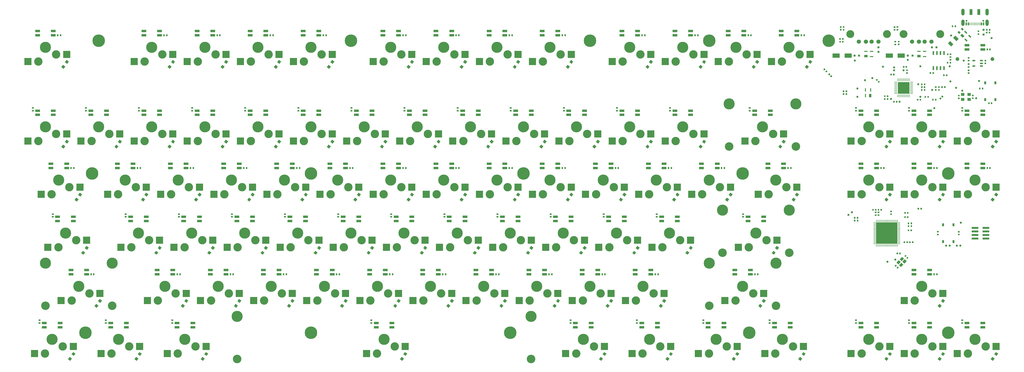
<source format=gbs>
G04 #@! TF.GenerationSoftware,KiCad,Pcbnew,5.1.10-88a1d61d58~90~ubuntu21.04.1*
G04 #@! TF.CreationDate,2021-09-24T17:06:43+02:00*
G04 #@! TF.ProjectId,Keyboard_80_with_USB_HUB_V3,4b657962-6f61-4726-945f-3830255f7769,rev?*
G04 #@! TF.SameCoordinates,Original*
G04 #@! TF.FileFunction,Soldermask,Bot*
G04 #@! TF.FilePolarity,Negative*
%FSLAX46Y46*%
G04 Gerber Fmt 4.6, Leading zero omitted, Abs format (unit mm)*
G04 Created by KiCad (PCBNEW 5.1.10-88a1d61d58~90~ubuntu21.04.1) date 2021-09-24 17:06:43*
%MOMM*%
%LPD*%
G01*
G04 APERTURE LIST*
%ADD10C,0.152400*%
%ADD11C,0.100000*%
%ADD12C,3.000000*%
%ADD13C,3.987800*%
%ADD14R,2.550000X2.500000*%
%ADD15R,7.600000X7.600000*%
%ADD16R,0.249200X0.854800*%
%ADD17R,0.854800X0.249200*%
%ADD18R,0.600000X0.700000*%
%ADD19R,0.700000X0.600000*%
%ADD20R,0.700000X1.000000*%
%ADD21R,3.860800X3.860800*%
%ADD22R,0.254000X1.066800*%
%ADD23R,1.066800X0.254000*%
%ADD24R,1.800000X0.820000*%
%ADD25R,1.003300X0.508000*%
%ADD26R,0.800000X0.655600*%
%ADD27R,0.655600X0.800000*%
%ADD28R,1.168400X0.431800*%
%ADD29R,1.168400X0.838200*%
%ADD30R,0.431800X1.168400*%
%ADD31R,0.838200X1.168400*%
%ADD32R,1.300000X1.100000*%
%ADD33R,2.641600X1.600200*%
%ADD34R,0.533400X1.460500*%
%ADD35C,4.500000*%
%ADD36C,2.819400*%
%ADD37C,1.498600*%
%ADD38O,1.200000X2.400000*%
%ADD39O,1.158000X2.316000*%
%ADD40C,0.630000*%
%ADD41R,1.000000X2.000000*%
%ADD42R,0.270000X1.000000*%
%ADD43R,0.520000X1.000000*%
%ADD44C,3.048000*%
%ADD45R,2.400000X0.740000*%
%ADD46C,0.750000*%
G04 APERTURE END LIST*
D10*
X308381100Y-12506100D02*
X308381100Y-16493900D01*
X308993900Y-12506100D02*
X308381100Y-12506100D01*
X308993900Y-16493900D02*
X308993900Y-12506100D01*
X308381100Y-16493900D02*
X308993900Y-16493900D01*
X307981100Y-12506100D02*
X307981100Y-16493900D01*
X307593700Y-12506100D02*
X307981100Y-12506100D01*
X307593700Y-16493900D02*
X307593700Y-12506100D01*
X307981100Y-16493900D02*
X307593700Y-16493900D01*
X307193700Y-12506100D02*
X307193700Y-16493900D01*
X306806300Y-12506100D02*
X307193700Y-12506100D01*
X306806300Y-16493900D02*
X306806300Y-12506100D01*
X307193700Y-16493900D02*
X306806300Y-16493900D01*
X306406300Y-12506100D02*
X306406300Y-16493900D01*
X306018900Y-12506100D02*
X306406300Y-12506100D01*
X306018900Y-16493900D02*
X306018900Y-12506100D01*
X306406300Y-16493900D02*
X306018900Y-16493900D01*
X305006100Y-12506100D02*
X305006100Y-16493900D01*
X305618900Y-12506100D02*
X305006100Y-12506100D01*
X305618900Y-16493900D02*
X305618900Y-12506100D01*
X305006100Y-16493900D02*
X305618900Y-16493900D01*
X305006100Y-12506100D02*
X305006100Y-13118900D01*
X308993900Y-12506100D02*
X305006100Y-12506100D01*
X308993900Y-13118900D02*
X308993900Y-12506100D01*
X305006100Y-13118900D02*
X308993900Y-13118900D01*
X305006100Y-13518900D02*
X305006100Y-13906300D01*
X308993900Y-13518900D02*
X305006100Y-13518900D01*
X308993900Y-13906300D02*
X308993900Y-13518900D01*
X305006100Y-13906300D02*
X308993900Y-13906300D01*
X305006100Y-14306300D02*
X305006100Y-14693700D01*
X308993900Y-14306300D02*
X305006100Y-14306300D01*
X308993900Y-14693700D02*
X308993900Y-14306300D01*
X305006100Y-14693700D02*
X308993900Y-14693700D01*
X305006100Y-15093700D02*
X305006100Y-15481100D01*
X308993900Y-15093700D02*
X305006100Y-15093700D01*
X308993900Y-15481100D02*
X308993900Y-15093700D01*
X305006100Y-15481100D02*
X308993900Y-15481100D01*
X305006100Y-15881100D02*
X305006100Y-16493900D01*
X308993900Y-15881100D02*
X305006100Y-15881100D01*
X308993900Y-16493900D02*
X308993900Y-15881100D01*
X305006100Y-16493900D02*
X308993900Y-16493900D01*
D11*
G36*
X338845375Y-3557035D02*
G01*
X338907937Y-3569480D01*
X338968978Y-3587996D01*
X339027911Y-3612407D01*
X339084167Y-3642476D01*
X339137205Y-3677915D01*
X339186513Y-3718382D01*
X339231618Y-3763487D01*
X339272085Y-3812795D01*
X339307524Y-3865833D01*
X339337593Y-3922089D01*
X339362004Y-3981022D01*
X339380520Y-4042063D01*
X339392965Y-4104625D01*
X339399217Y-4168106D01*
X339399217Y-4231894D01*
X339392965Y-4295375D01*
X339380520Y-4357937D01*
X339362004Y-4418978D01*
X339337593Y-4477911D01*
X339307524Y-4534167D01*
X339272085Y-4587205D01*
X339231618Y-4636513D01*
X339186513Y-4681618D01*
X339137205Y-4722085D01*
X339084167Y-4757524D01*
X339027911Y-4787593D01*
X338968978Y-4812004D01*
X338907937Y-4830520D01*
X338845375Y-4842965D01*
X338781894Y-4849217D01*
X338718106Y-4849217D01*
X338654625Y-4842965D01*
X338592063Y-4830520D01*
X338531022Y-4812004D01*
X338472089Y-4787593D01*
X338415833Y-4757524D01*
X338362795Y-4722085D01*
X338313487Y-4681618D01*
X338268382Y-4636513D01*
X338227915Y-4587205D01*
X338192476Y-4534167D01*
X338162407Y-4477911D01*
X338137996Y-4418978D01*
X338119480Y-4357937D01*
X338107035Y-4295375D01*
X338100783Y-4231894D01*
X338100783Y-4168106D01*
X338107035Y-4104625D01*
X338119480Y-4042063D01*
X338137996Y-3981022D01*
X338162407Y-3922089D01*
X338192476Y-3865833D01*
X338227915Y-3812795D01*
X338268382Y-3763487D01*
X338313487Y-3718382D01*
X338362795Y-3677915D01*
X338415833Y-3642476D01*
X338472089Y-3612407D01*
X338531022Y-3587996D01*
X338592063Y-3569480D01*
X338654625Y-3557035D01*
X338718106Y-3550783D01*
X338781894Y-3550783D01*
X338845375Y-3557035D01*
G37*
G36*
X326345375Y-3557035D02*
G01*
X326407937Y-3569480D01*
X326468978Y-3587996D01*
X326527911Y-3612407D01*
X326584167Y-3642476D01*
X326637205Y-3677915D01*
X326686513Y-3718382D01*
X326731618Y-3763487D01*
X326772085Y-3812795D01*
X326807524Y-3865833D01*
X326837593Y-3922089D01*
X326862004Y-3981022D01*
X326880520Y-4042063D01*
X326892965Y-4104625D01*
X326899217Y-4168106D01*
X326899217Y-4231894D01*
X326892965Y-4295375D01*
X326880520Y-4357937D01*
X326862004Y-4418978D01*
X326837593Y-4477911D01*
X326807524Y-4534167D01*
X326772085Y-4587205D01*
X326731618Y-4636513D01*
X326686513Y-4681618D01*
X326637205Y-4722085D01*
X326584167Y-4757524D01*
X326527911Y-4787593D01*
X326468978Y-4812004D01*
X326407937Y-4830520D01*
X326345375Y-4842965D01*
X326281894Y-4849217D01*
X326218106Y-4849217D01*
X326154625Y-4842965D01*
X326092063Y-4830520D01*
X326031022Y-4812004D01*
X325972089Y-4787593D01*
X325915833Y-4757524D01*
X325862795Y-4722085D01*
X325813487Y-4681618D01*
X325768382Y-4636513D01*
X325727915Y-4587205D01*
X325692476Y-4534167D01*
X325662407Y-4477911D01*
X325637996Y-4418978D01*
X325619480Y-4357937D01*
X325607035Y-4295375D01*
X325600783Y-4231894D01*
X325600783Y-4168106D01*
X325607035Y-4104625D01*
X325619480Y-4042063D01*
X325637996Y-3981022D01*
X325662407Y-3922089D01*
X325692476Y-3865833D01*
X325727915Y-3812795D01*
X325768382Y-3763487D01*
X325813487Y-3718382D01*
X325862795Y-3677915D01*
X325915833Y-3642476D01*
X325972089Y-3612407D01*
X326031022Y-3587996D01*
X326092063Y-3569480D01*
X326154625Y-3557035D01*
X326218106Y-3550783D01*
X326281894Y-3550783D01*
X326345375Y-3557035D01*
G37*
D12*
X-2540000Y-5080000D03*
X3810000Y-2540000D03*
D13*
X0Y0D03*
D14*
X7560000Y-2540000D03*
X-6290000Y-5080000D03*
D12*
X35460000Y-5080000D03*
X41810000Y-2540000D03*
D13*
X38000000Y0D03*
D14*
X45560000Y-2540000D03*
X31710000Y-5080000D03*
D12*
X54460000Y-5080000D03*
X60810000Y-2540000D03*
D13*
X57000000Y0D03*
D14*
X64560000Y-2540000D03*
X50710000Y-5080000D03*
D12*
X73460000Y-5080000D03*
X79810000Y-2540000D03*
D13*
X76000000Y0D03*
D14*
X83560000Y-2540000D03*
X69710000Y-5080000D03*
D12*
X92460000Y-5080000D03*
X98810000Y-2540000D03*
D13*
X95000000Y0D03*
D14*
X102560000Y-2540000D03*
X88710000Y-5080000D03*
D12*
X120960000Y-5080000D03*
X127310000Y-2540000D03*
D13*
X123500000Y0D03*
D14*
X131060000Y-2540000D03*
X117210000Y-5080000D03*
D12*
X139960000Y-5080000D03*
X146310000Y-2540000D03*
D13*
X142500000Y0D03*
D14*
X150060000Y-2540000D03*
X136210000Y-5080000D03*
D12*
X158960000Y-5080000D03*
X165310000Y-2540000D03*
D13*
X161500000Y0D03*
D14*
X169060000Y-2540000D03*
X155210000Y-5080000D03*
D12*
X177960000Y-5080000D03*
X184310000Y-2540000D03*
D13*
X180500000Y0D03*
D14*
X188060000Y-2540000D03*
X174210000Y-5080000D03*
D12*
X206460000Y-5080000D03*
X212810000Y-2540000D03*
D13*
X209000000Y0D03*
D14*
X216560000Y-2540000D03*
X202710000Y-5080000D03*
D12*
X225460000Y-5080000D03*
X231810000Y-2540000D03*
D13*
X228000000Y0D03*
D14*
X235560000Y-2540000D03*
X221710000Y-5080000D03*
D12*
X244460000Y-5080000D03*
X250810000Y-2540000D03*
D13*
X247000000Y0D03*
D14*
X254560000Y-2540000D03*
X240710000Y-5080000D03*
D12*
X263460000Y-5080000D03*
X269810000Y-2540000D03*
D13*
X266000000Y0D03*
D14*
X273560000Y-2540000D03*
X259710000Y-5080000D03*
D12*
X-2540000Y-33580000D03*
X3810000Y-31040000D03*
D13*
X0Y-28500000D03*
D14*
X7560000Y-31040000D03*
X-6290000Y-33580000D03*
D12*
X16460000Y-33580000D03*
X22810000Y-31040000D03*
D13*
X19000000Y-28500000D03*
D14*
X26560000Y-31040000D03*
X12710000Y-33580000D03*
D12*
X35460000Y-33580000D03*
X41810000Y-31040000D03*
D13*
X38000000Y-28500000D03*
D14*
X45560000Y-31040000D03*
X31710000Y-33580000D03*
D12*
X54460000Y-33580000D03*
X60810000Y-31040000D03*
D13*
X57000000Y-28500000D03*
D14*
X64560000Y-31040000D03*
X50710000Y-33580000D03*
D12*
X73460000Y-33580000D03*
X79810000Y-31040000D03*
D13*
X76000000Y-28500000D03*
D14*
X83560000Y-31040000D03*
X69710000Y-33580000D03*
D12*
X92460000Y-33580000D03*
X98810000Y-31040000D03*
D13*
X95000000Y-28500000D03*
D14*
X102560000Y-31040000D03*
X88710000Y-33580000D03*
D12*
X111460000Y-33580000D03*
X117810000Y-31040000D03*
D13*
X114000000Y-28500000D03*
D14*
X121560000Y-31040000D03*
X107710000Y-33580000D03*
D12*
X130460000Y-33580000D03*
X136810000Y-31040000D03*
D13*
X133000000Y-28500000D03*
D14*
X140560000Y-31040000D03*
X126710000Y-33580000D03*
D12*
X149460000Y-33580000D03*
X155810000Y-31040000D03*
D13*
X152000000Y-28500000D03*
D14*
X159560000Y-31040000D03*
X145710000Y-33580000D03*
D12*
X168460000Y-33580000D03*
X174810000Y-31040000D03*
D13*
X171000000Y-28500000D03*
D14*
X178560000Y-31040000D03*
X164710000Y-33580000D03*
D12*
X187460000Y-33580000D03*
X193810000Y-31040000D03*
D13*
X190000000Y-28500000D03*
D14*
X197560000Y-31040000D03*
X183710000Y-33580000D03*
D12*
X206460000Y-33580000D03*
X212810000Y-31040000D03*
D13*
X209000000Y-28500000D03*
D14*
X216560000Y-31040000D03*
X202710000Y-33580000D03*
D12*
X225460000Y-33580000D03*
X231810000Y-31040000D03*
D13*
X228000000Y-28500000D03*
D14*
X235560000Y-31040000D03*
X221710000Y-33580000D03*
D12*
X291960000Y-33580000D03*
X298310000Y-31040000D03*
D13*
X294500000Y-28500000D03*
D14*
X302060000Y-31040000D03*
X288210000Y-33580000D03*
D12*
X310960000Y-33580000D03*
X317310000Y-31040000D03*
D13*
X313500000Y-28500000D03*
D14*
X321060000Y-31040000D03*
X307210000Y-33580000D03*
D12*
X329960000Y-33580000D03*
X336310000Y-31040000D03*
D13*
X332500000Y-28500000D03*
D14*
X340060000Y-31040000D03*
X326210000Y-33580000D03*
D12*
X25960000Y-52580000D03*
X32310000Y-50040000D03*
D13*
X28500000Y-47500000D03*
D14*
X36060000Y-50040000D03*
X22210000Y-52580000D03*
D12*
X44960000Y-52580000D03*
X51310000Y-50040000D03*
D13*
X47500000Y-47500000D03*
D14*
X55060000Y-50040000D03*
X41210000Y-52580000D03*
D12*
X63960000Y-52580000D03*
X70310000Y-50040000D03*
D13*
X66500000Y-47500000D03*
D14*
X74060000Y-50040000D03*
X60210000Y-52580000D03*
D12*
X82960000Y-52580000D03*
X89310000Y-50040000D03*
D13*
X85500000Y-47500000D03*
D14*
X93060000Y-50040000D03*
X79210000Y-52580000D03*
D12*
X101960000Y-52580000D03*
X108310000Y-50040000D03*
D13*
X104500000Y-47500000D03*
D14*
X112060000Y-50040000D03*
X98210000Y-52580000D03*
D12*
X120960000Y-52580000D03*
X127310000Y-50040000D03*
D13*
X123500000Y-47500000D03*
D14*
X131060000Y-50040000D03*
X117210000Y-52580000D03*
D12*
X139960000Y-52580000D03*
X146310000Y-50040000D03*
D13*
X142500000Y-47500000D03*
D14*
X150060000Y-50040000D03*
X136210000Y-52580000D03*
D12*
X158960000Y-52580000D03*
X165310000Y-50040000D03*
D13*
X161500000Y-47500000D03*
D14*
X169060000Y-50040000D03*
X155210000Y-52580000D03*
D12*
X177960000Y-52580000D03*
X184310000Y-50040000D03*
D13*
X180500000Y-47500000D03*
D14*
X188060000Y-50040000D03*
X174210000Y-52580000D03*
D12*
X196960000Y-52580000D03*
X203310000Y-50040000D03*
D13*
X199500000Y-47500000D03*
D14*
X207060000Y-50040000D03*
X193210000Y-52580000D03*
D12*
X215960000Y-52580000D03*
X222310000Y-50040000D03*
D13*
X218500000Y-47500000D03*
D14*
X226060000Y-50040000D03*
X212210000Y-52580000D03*
D12*
X291960000Y-52580000D03*
X298310000Y-50040000D03*
D13*
X294500000Y-47500000D03*
D14*
X302060000Y-50040000D03*
X288210000Y-52580000D03*
D12*
X310960000Y-52580000D03*
X317310000Y-50040000D03*
D13*
X313500000Y-47500000D03*
D14*
X321060000Y-50040000D03*
X307210000Y-52580000D03*
D12*
X329960000Y-52580000D03*
X336310000Y-50040000D03*
D13*
X332500000Y-47500000D03*
D14*
X340060000Y-50040000D03*
X326210000Y-52580000D03*
D12*
X30710000Y-71580000D03*
X37060000Y-69040000D03*
D13*
X33250000Y-66500000D03*
D14*
X40810000Y-69040000D03*
X26960000Y-71580000D03*
D12*
X49710000Y-71580000D03*
X56060000Y-69040000D03*
D13*
X52250000Y-66500000D03*
D14*
X59810000Y-69040000D03*
X45960000Y-71580000D03*
D12*
X68710000Y-71580000D03*
X75060000Y-69040000D03*
D13*
X71250000Y-66500000D03*
D14*
X78810000Y-69040000D03*
X64960000Y-71580000D03*
D12*
X87710000Y-71580000D03*
X94060000Y-69040000D03*
D13*
X90250000Y-66500000D03*
D14*
X97810000Y-69040000D03*
X83960000Y-71580000D03*
D12*
X106710000Y-71580000D03*
X113060000Y-69040000D03*
D13*
X109250000Y-66500000D03*
D14*
X116810000Y-69040000D03*
X102960000Y-71580000D03*
D12*
X125710000Y-71580000D03*
X132060000Y-69040000D03*
D13*
X128250000Y-66500000D03*
D14*
X135810000Y-69040000D03*
X121960000Y-71580000D03*
D12*
X144710000Y-71580000D03*
X151060000Y-69040000D03*
D13*
X147250000Y-66500000D03*
D14*
X154810000Y-69040000D03*
X140960000Y-71580000D03*
D12*
X163710000Y-71580000D03*
X170060000Y-69040000D03*
D13*
X166250000Y-66500000D03*
D14*
X173810000Y-69040000D03*
X159960000Y-71580000D03*
D12*
X182710000Y-71580000D03*
X189060000Y-69040000D03*
D13*
X185250000Y-66500000D03*
D14*
X192810000Y-69040000D03*
X178960000Y-71580000D03*
D12*
X201710000Y-71580000D03*
X208060000Y-69040000D03*
D13*
X204250000Y-66500000D03*
D14*
X211810000Y-69040000D03*
X197960000Y-71580000D03*
D12*
X220710000Y-71580000D03*
X227060000Y-69040000D03*
D13*
X223250000Y-66500000D03*
D14*
X230810000Y-69040000D03*
X216960000Y-71580000D03*
D12*
X40210000Y-90580000D03*
X46560000Y-88040000D03*
D13*
X42750000Y-85500000D03*
D14*
X50310000Y-88040000D03*
X36460000Y-90580000D03*
D12*
X59210000Y-90580000D03*
X65560000Y-88040000D03*
D13*
X61750000Y-85500000D03*
D14*
X69310000Y-88040000D03*
X55460000Y-90580000D03*
D12*
X78210000Y-90580000D03*
X84560000Y-88040000D03*
D13*
X80750000Y-85500000D03*
D14*
X88310000Y-88040000D03*
X74460000Y-90580000D03*
D12*
X97210000Y-90580000D03*
X103560000Y-88040000D03*
D13*
X99750000Y-85500000D03*
D14*
X107310000Y-88040000D03*
X93460000Y-90580000D03*
D12*
X116210000Y-90580000D03*
X122560000Y-88040000D03*
D13*
X118750000Y-85500000D03*
D14*
X126310000Y-88040000D03*
X112460000Y-90580000D03*
D12*
X135210000Y-90580000D03*
X141560000Y-88040000D03*
D13*
X137750000Y-85500000D03*
D14*
X145310000Y-88040000D03*
X131460000Y-90580000D03*
D12*
X154210000Y-90580000D03*
X160560000Y-88040000D03*
D13*
X156750000Y-85500000D03*
D14*
X164310000Y-88040000D03*
X150460000Y-90580000D03*
D12*
X173210000Y-90580000D03*
X179560000Y-88040000D03*
D13*
X175750000Y-85500000D03*
D14*
X183310000Y-88040000D03*
X169460000Y-90580000D03*
D12*
X192210000Y-90580000D03*
X198560000Y-88040000D03*
D13*
X194750000Y-85500000D03*
D14*
X202310000Y-88040000D03*
X188460000Y-90580000D03*
D12*
X211210000Y-90580000D03*
X217560000Y-88040000D03*
D13*
X213750000Y-85500000D03*
D14*
X221310000Y-88040000D03*
X207460000Y-90580000D03*
D12*
X310960000Y-90580000D03*
X317310000Y-88040000D03*
D13*
X313500000Y-85500000D03*
D14*
X321060000Y-88040000D03*
X307210000Y-90580000D03*
D12*
X291960000Y-109580000D03*
X298310000Y-107040000D03*
D13*
X294500000Y-104500000D03*
D14*
X302060000Y-107040000D03*
X288210000Y-109580000D03*
D12*
X310960000Y-109580000D03*
X317310000Y-107040000D03*
D13*
X313500000Y-104500000D03*
D14*
X321060000Y-107040000D03*
X307210000Y-109580000D03*
D12*
X329960000Y-109580000D03*
X336310000Y-107040000D03*
D13*
X332500000Y-104500000D03*
D14*
X340060000Y-107040000D03*
X326210000Y-109580000D03*
D12*
X253960000Y-33580000D03*
X260310000Y-31040000D03*
D13*
X256500000Y-28500000D03*
D14*
X264060000Y-31040000D03*
X250210000Y-33580000D03*
D12*
X234960000Y-52580000D03*
X241310000Y-50040000D03*
D13*
X237500000Y-47500000D03*
D14*
X245060000Y-50040000D03*
X231210000Y-52580000D03*
D12*
X2210000Y-52580000D03*
X8560000Y-50040000D03*
D13*
X4750000Y-47500000D03*
D14*
X12310000Y-50040000D03*
X-1540000Y-52580000D03*
D12*
X4585000Y-71580000D03*
X10935000Y-69040000D03*
D13*
X7125000Y-66500000D03*
D14*
X14685000Y-69040000D03*
X835000Y-71580000D03*
D12*
X251585000Y-71580000D03*
X257935000Y-69040000D03*
D13*
X254125000Y-66500000D03*
D14*
X261685000Y-69040000D03*
X247835000Y-71580000D03*
D12*
X9335000Y-90580000D03*
X15685000Y-88040000D03*
D13*
X11875000Y-85500000D03*
D14*
X19435000Y-88040000D03*
X5585000Y-90580000D03*
D12*
X246835000Y-90580000D03*
X253185000Y-88040000D03*
D13*
X249375000Y-85500000D03*
D14*
X256935000Y-88040000D03*
X243085000Y-90580000D03*
D12*
X-165000Y-109580000D03*
X6185000Y-107040000D03*
D13*
X2375000Y-104500000D03*
D14*
X9935000Y-107040000D03*
X-3915000Y-109580000D03*
D12*
X23585000Y-109580000D03*
X29935000Y-107040000D03*
D13*
X26125000Y-104500000D03*
D14*
X33685000Y-107040000D03*
X19835000Y-109580000D03*
D12*
X47335000Y-109580000D03*
X53685000Y-107040000D03*
D13*
X49875000Y-104500000D03*
D14*
X57435000Y-107040000D03*
X43585000Y-109580000D03*
D12*
X118585000Y-109580000D03*
X124935000Y-107040000D03*
D13*
X121125000Y-104500000D03*
D14*
X128685000Y-107040000D03*
X114835000Y-109580000D03*
D12*
X189835000Y-109580000D03*
X196185000Y-107040000D03*
D13*
X192375000Y-104500000D03*
D14*
X199935000Y-107040000D03*
X186085000Y-109580000D03*
D12*
X213585000Y-109580000D03*
X219935000Y-107040000D03*
D13*
X216125000Y-104500000D03*
D14*
X223685000Y-107040000D03*
X209835000Y-109580000D03*
D12*
X237335000Y-109580000D03*
X243685000Y-107040000D03*
D13*
X239875000Y-104500000D03*
D14*
X247435000Y-107040000D03*
X233585000Y-109580000D03*
D12*
X261085000Y-109580000D03*
X267435000Y-107040000D03*
D13*
X263625000Y-104500000D03*
D14*
X271185000Y-107040000D03*
X257335000Y-109580000D03*
D12*
X258710000Y-52580000D03*
X265060000Y-50040000D03*
D13*
X261250000Y-47500000D03*
D14*
X268810000Y-50040000D03*
X254960000Y-52580000D03*
D15*
X301000000Y-66500000D03*
D16*
X304750000Y-62122600D03*
X304250001Y-62122600D03*
X303750000Y-62122600D03*
X303250001Y-62122600D03*
X302749999Y-62122600D03*
X302250000Y-62122600D03*
X301750001Y-62122600D03*
X301250000Y-62122600D03*
X300750000Y-62122600D03*
X300249999Y-62122600D03*
X299750000Y-62122600D03*
X299250001Y-62122600D03*
X298749999Y-62122600D03*
X298250000Y-62122600D03*
X297749999Y-62122600D03*
X297250000Y-62122600D03*
D17*
X296622600Y-62750000D03*
X296622600Y-63249999D03*
X296622600Y-63750000D03*
X296622600Y-64249999D03*
X296622600Y-64750001D03*
X296622600Y-65250000D03*
X296622600Y-65749999D03*
X296622600Y-66250000D03*
X296622600Y-66750000D03*
X296622600Y-67250001D03*
X296622600Y-67750000D03*
X296622600Y-68249999D03*
X296622600Y-68750001D03*
X296622600Y-69250000D03*
X296622600Y-69750001D03*
X296622600Y-70250000D03*
D16*
X297250000Y-70877400D03*
X297749999Y-70877400D03*
X298250000Y-70877400D03*
X298749999Y-70877400D03*
X299250001Y-70877400D03*
X299750000Y-70877400D03*
X300249999Y-70877400D03*
X300750000Y-70877400D03*
X301250000Y-70877400D03*
X301750001Y-70877400D03*
X302250000Y-70877400D03*
X302749999Y-70877400D03*
X303250001Y-70877400D03*
X303750000Y-70877400D03*
X304250001Y-70877400D03*
X304750000Y-70877400D03*
D17*
X305377400Y-70250000D03*
X305377400Y-69750001D03*
X305377400Y-69250000D03*
X305377400Y-68750001D03*
X305377400Y-68249999D03*
X305377400Y-67750000D03*
X305377400Y-67250001D03*
X305377400Y-66750000D03*
X305377400Y-66250000D03*
X305377400Y-65749999D03*
X305377400Y-65250000D03*
X305377400Y-64750001D03*
X305377400Y-64249999D03*
X305377400Y-63750000D03*
X305377400Y-63249999D03*
X305377400Y-62750000D03*
D18*
X17275000Y-81170000D03*
X16275000Y-81170000D03*
X48150000Y-81170000D03*
X47150000Y-81170000D03*
X67150000Y-81170000D03*
X66150000Y-81170000D03*
X86150000Y-81170000D03*
X85150000Y-81170000D03*
X105150000Y-81170000D03*
X104150000Y-81170000D03*
X124150000Y-81170000D03*
X123150000Y-81170000D03*
X143150000Y-81170000D03*
X142150000Y-81170000D03*
X162150000Y-81170000D03*
X161150000Y-81170000D03*
X181150000Y-81170000D03*
X180150000Y-81170000D03*
X200150000Y-81170000D03*
X199150000Y-81170000D03*
X219150000Y-81170000D03*
X218150000Y-81170000D03*
X254775000Y-81170000D03*
X253775000Y-81170000D03*
X318900000Y-81170000D03*
X317900000Y-81170000D03*
X10150000Y-43170000D03*
X9150000Y-43170000D03*
X33900000Y-43170000D03*
X32900000Y-43170000D03*
X52900000Y-43170000D03*
X51900000Y-43170000D03*
X71900000Y-43170000D03*
X70900000Y-43170000D03*
X90900000Y-43170000D03*
X89900000Y-43170000D03*
X109900000Y-43170000D03*
X108900000Y-43170000D03*
X128900000Y-43170000D03*
X127900000Y-43170000D03*
X147900000Y-43170000D03*
X146900000Y-43170000D03*
X166900000Y-43170000D03*
X165900000Y-43170000D03*
X185900000Y-43170000D03*
X184900000Y-43170000D03*
X204900000Y-43170000D03*
X203900000Y-43170000D03*
X223900000Y-43170000D03*
X222900000Y-43170000D03*
X242900000Y-43170000D03*
X241900000Y-43170000D03*
X266650000Y-43170000D03*
X265650000Y-43170000D03*
X299900000Y-43170000D03*
X298900000Y-43170000D03*
X318900000Y-43170000D03*
X317900000Y-43170000D03*
X337900000Y-43170000D03*
X336900000Y-43170000D03*
X5400000Y4330000D03*
X4400000Y4330000D03*
X43400000Y4330000D03*
X42400000Y4330000D03*
X62400000Y4330000D03*
X61400000Y4330000D03*
X81400000Y4330000D03*
X80400000Y4330000D03*
X100400000Y4330000D03*
X99400000Y4330000D03*
X128900000Y4330000D03*
X127900000Y4330000D03*
X147900000Y4330000D03*
X146900000Y4330000D03*
X166900000Y4330000D03*
X165900000Y4330000D03*
X185900000Y4330000D03*
X184900000Y4330000D03*
X214400000Y4330000D03*
X213400000Y4330000D03*
X233400000Y4330000D03*
X232400000Y4330000D03*
X252400000Y4330000D03*
X251400000Y4330000D03*
X271400000Y4330000D03*
X270400000Y4330000D03*
X337900000Y-750000D03*
X336900000Y-750000D03*
D19*
X-4560000Y-21670000D03*
X-4560000Y-22670000D03*
X14440000Y-21670000D03*
X14440000Y-22670000D03*
X33440000Y-21670000D03*
X33440000Y-22670000D03*
X52440000Y-21670000D03*
X52440000Y-22670000D03*
X71440000Y-21670000D03*
X71440000Y-22670000D03*
X90440000Y-21670000D03*
X90440000Y-22670000D03*
X109440000Y-21670000D03*
X109440000Y-22670000D03*
X128440000Y-21670000D03*
X128440000Y-22670000D03*
X147440000Y-21670000D03*
X147440000Y-22670000D03*
X166440000Y-21670000D03*
X166440000Y-22670000D03*
X185440000Y-21670000D03*
X185440000Y-22670000D03*
X204440000Y-21670000D03*
X204440000Y-22670000D03*
X223440000Y-21670000D03*
X223440000Y-22670000D03*
X251940000Y-21670000D03*
X251940000Y-22670000D03*
X289940000Y-21670000D03*
X289940000Y-22670000D03*
X308940000Y-21670000D03*
X308940000Y-22670000D03*
X327940000Y-21670000D03*
X327940000Y-22670000D03*
X2565000Y-59670000D03*
X2565000Y-60670000D03*
X28690000Y-59670000D03*
X28690000Y-60670000D03*
X47690000Y-59670000D03*
X47690000Y-60670000D03*
X66690000Y-59670000D03*
X66690000Y-60670000D03*
X85690000Y-59670000D03*
X85690000Y-60670000D03*
X104690000Y-59670000D03*
X104690000Y-60670000D03*
X123690000Y-59670000D03*
X123690000Y-60670000D03*
X142690000Y-59670000D03*
X142690000Y-60670000D03*
X161690000Y-59670000D03*
X161690000Y-60670000D03*
X180690000Y-59670000D03*
X180690000Y-60670000D03*
X199690000Y-59670000D03*
X199690000Y-60670000D03*
X218690000Y-59670000D03*
X218690000Y-60670000D03*
X249565000Y-59670000D03*
X249565000Y-60670000D03*
X-2185000Y-97670000D03*
X-2185000Y-98670000D03*
X21565000Y-97670000D03*
X21565000Y-98670000D03*
X45315000Y-97670000D03*
X45315000Y-98670000D03*
X116565000Y-97670000D03*
X116565000Y-98670000D03*
X187815000Y-97670000D03*
X187815000Y-98670000D03*
X211565000Y-97670000D03*
X211565000Y-98670000D03*
X235315000Y-97670000D03*
X235315000Y-98670000D03*
X259065000Y-97670000D03*
X259065000Y-98670000D03*
X289940000Y-97670000D03*
X289940000Y-98670000D03*
X308940000Y-97670000D03*
X308940000Y-98670000D03*
X327940000Y-97670000D03*
X327940000Y-98670000D03*
D20*
X339850000Y-18750000D03*
X339850000Y-12750000D03*
X336150000Y-18750000D03*
X336150000Y-12750000D03*
X324850000Y-69500000D03*
X324850000Y-63500000D03*
X321150000Y-69500000D03*
X321150000Y-63500000D03*
D21*
X307000000Y-14500000D03*
D22*
X304968000Y-17344800D03*
X305476000Y-17344800D03*
X305984000Y-17344800D03*
X306492000Y-17344800D03*
X307000000Y-17344800D03*
X307508000Y-17344800D03*
X308016000Y-17344800D03*
X308524000Y-17344800D03*
X309032000Y-17344800D03*
D23*
X309844800Y-16532000D03*
X309844800Y-16024000D03*
X309844800Y-15516000D03*
X309844800Y-15008000D03*
X309844800Y-14500000D03*
X309844800Y-13992000D03*
X309844800Y-13484000D03*
X309844800Y-12976000D03*
X309844800Y-12468000D03*
D22*
X309032000Y-11655200D03*
X308524000Y-11655200D03*
X308016000Y-11655200D03*
X307508000Y-11655200D03*
X307000000Y-11655200D03*
X306492000Y-11655200D03*
X305984000Y-11655200D03*
X305476000Y-11655200D03*
X304968000Y-11655200D03*
D23*
X304155200Y-12468000D03*
X304155200Y-12976000D03*
X304155200Y-13484000D03*
X304155200Y-13992000D03*
X304155200Y-14500000D03*
X304155200Y-15008000D03*
X304155200Y-15516000D03*
X304155200Y-16024000D03*
X304155200Y-16532000D03*
D24*
X335300000Y-22670000D03*
X335300000Y-24170000D03*
X329700000Y-24170000D03*
X329700000Y-22670000D03*
X2800000Y-22670000D03*
X2800000Y-24170000D03*
X-2800000Y-24170000D03*
X-2800000Y-22670000D03*
X21800000Y-22670000D03*
X21800000Y-24170000D03*
X16200000Y-24170000D03*
X16200000Y-22670000D03*
X40800000Y-22670000D03*
X40800000Y-24170000D03*
X35200000Y-24170000D03*
X35200000Y-22670000D03*
X59800000Y-22670000D03*
X59800000Y-24170000D03*
X54200000Y-24170000D03*
X54200000Y-22670000D03*
X78800000Y-22670000D03*
X78800000Y-24170000D03*
X73200000Y-24170000D03*
X73200000Y-22670000D03*
X97800000Y-22670000D03*
X97800000Y-24170000D03*
X92200000Y-24170000D03*
X92200000Y-22670000D03*
X116800000Y-22670000D03*
X116800000Y-24170000D03*
X111200000Y-24170000D03*
X111200000Y-22670000D03*
X135800000Y-22670000D03*
X135800000Y-24170000D03*
X130200000Y-24170000D03*
X130200000Y-22670000D03*
X154800000Y-22670000D03*
X154800000Y-24170000D03*
X149200000Y-24170000D03*
X149200000Y-22670000D03*
X173800000Y-22670000D03*
X173800000Y-24170000D03*
X168200000Y-24170000D03*
X168200000Y-22670000D03*
X192800000Y-22670000D03*
X192800000Y-24170000D03*
X187200000Y-24170000D03*
X187200000Y-22670000D03*
X211800000Y-22670000D03*
X211800000Y-24170000D03*
X206200000Y-24170000D03*
X206200000Y-22670000D03*
X230800000Y-22670000D03*
X230800000Y-24170000D03*
X225200000Y-24170000D03*
X225200000Y-22670000D03*
X259300000Y-22670000D03*
X259300000Y-24170000D03*
X253700000Y-24170000D03*
X253700000Y-22670000D03*
X297300000Y-22670000D03*
X297300000Y-24170000D03*
X291700000Y-24170000D03*
X291700000Y-22670000D03*
X316300000Y-22670000D03*
X316300000Y-24170000D03*
X310700000Y-24170000D03*
X310700000Y-22670000D03*
X9925000Y-60670000D03*
X9925000Y-62170000D03*
X4325000Y-62170000D03*
X4325000Y-60670000D03*
X36050000Y-60670000D03*
X36050000Y-62170000D03*
X30450000Y-62170000D03*
X30450000Y-60670000D03*
X55050000Y-60670000D03*
X55050000Y-62170000D03*
X49450000Y-62170000D03*
X49450000Y-60670000D03*
X74050000Y-60670000D03*
X74050000Y-62170000D03*
X68450000Y-62170000D03*
X68450000Y-60670000D03*
X93050000Y-60670000D03*
X93050000Y-62170000D03*
X87450000Y-62170000D03*
X87450000Y-60670000D03*
X112050000Y-60670000D03*
X112050000Y-62170000D03*
X106450000Y-62170000D03*
X106450000Y-60670000D03*
X131050000Y-60670000D03*
X131050000Y-62170000D03*
X125450000Y-62170000D03*
X125450000Y-60670000D03*
X150050000Y-60670000D03*
X150050000Y-62170000D03*
X144450000Y-62170000D03*
X144450000Y-60670000D03*
X169050000Y-60670000D03*
X169050000Y-62170000D03*
X163450000Y-62170000D03*
X163450000Y-60670000D03*
X188050000Y-60670000D03*
X188050000Y-62170000D03*
X182450000Y-62170000D03*
X182450000Y-60670000D03*
X207050000Y-60670000D03*
X207050000Y-62170000D03*
X201450000Y-62170000D03*
X201450000Y-60670000D03*
X226050000Y-60670000D03*
X226050000Y-62170000D03*
X220450000Y-62170000D03*
X220450000Y-60670000D03*
X256925000Y-60670000D03*
X256925000Y-62170000D03*
X251325000Y-62170000D03*
X251325000Y-60670000D03*
X5175000Y-98670000D03*
X5175000Y-100170000D03*
X-425000Y-100170000D03*
X-425000Y-98670000D03*
X28925000Y-98670000D03*
X28925000Y-100170000D03*
X23325000Y-100170000D03*
X23325000Y-98670000D03*
X52675000Y-98670000D03*
X52675000Y-100170000D03*
X47075000Y-100170000D03*
X47075000Y-98670000D03*
X123925000Y-98670000D03*
X123925000Y-100170000D03*
X118325000Y-100170000D03*
X118325000Y-98670000D03*
X195175000Y-98670000D03*
X195175000Y-100170000D03*
X189575000Y-100170000D03*
X189575000Y-98670000D03*
X218925000Y-98670000D03*
X218925000Y-100170000D03*
X213325000Y-100170000D03*
X213325000Y-98670000D03*
X242675000Y-98670000D03*
X242675000Y-100170000D03*
X237075000Y-100170000D03*
X237075000Y-98670000D03*
X266425000Y-98670000D03*
X266425000Y-100170000D03*
X260825000Y-100170000D03*
X260825000Y-98670000D03*
X297300000Y-98670000D03*
X297300000Y-100170000D03*
X291700000Y-100170000D03*
X291700000Y-98670000D03*
X316300000Y-98670000D03*
X316300000Y-100170000D03*
X310700000Y-100170000D03*
X310700000Y-98670000D03*
X335300000Y-98670000D03*
X335300000Y-100170000D03*
X329700000Y-100170000D03*
X329700000Y-98670000D03*
X329700000Y-750000D03*
X329700000Y750000D03*
X335300000Y750000D03*
X335300000Y-750000D03*
X263200000Y4330000D03*
X263200000Y5830000D03*
X268800000Y5830000D03*
X268800000Y4330000D03*
X244200000Y4330000D03*
X244200000Y5830000D03*
X249800000Y5830000D03*
X249800000Y4330000D03*
X225200000Y4330000D03*
X225200000Y5830000D03*
X230800000Y5830000D03*
X230800000Y4330000D03*
X206200000Y4330000D03*
X206200000Y5830000D03*
X211800000Y5830000D03*
X211800000Y4330000D03*
X177700000Y4330000D03*
X177700000Y5830000D03*
X183300000Y5830000D03*
X183300000Y4330000D03*
X158700000Y4330000D03*
X158700000Y5830000D03*
X164300000Y5830000D03*
X164300000Y4330000D03*
X139700000Y4330000D03*
X139700000Y5830000D03*
X145300000Y5830000D03*
X145300000Y4330000D03*
X120700000Y4330000D03*
X120700000Y5830000D03*
X126300000Y5830000D03*
X126300000Y4330000D03*
X92200000Y4330000D03*
X92200000Y5830000D03*
X97800000Y5830000D03*
X97800000Y4330000D03*
X73200000Y4330000D03*
X73200000Y5830000D03*
X78800000Y5830000D03*
X78800000Y4330000D03*
X54200000Y4330000D03*
X54200000Y5830000D03*
X59800000Y5830000D03*
X59800000Y4330000D03*
X35200000Y4330000D03*
X35200000Y5830000D03*
X40800000Y5830000D03*
X40800000Y4330000D03*
X-2800000Y4330000D03*
X-2800000Y5830000D03*
X2800000Y5830000D03*
X2800000Y4330000D03*
X329700000Y-43170000D03*
X329700000Y-41670000D03*
X335300000Y-41670000D03*
X335300000Y-43170000D03*
X310700000Y-43170000D03*
X310700000Y-41670000D03*
X316300000Y-41670000D03*
X316300000Y-43170000D03*
X291700000Y-43170000D03*
X291700000Y-41670000D03*
X297300000Y-41670000D03*
X297300000Y-43170000D03*
X258450000Y-43170000D03*
X258450000Y-41670000D03*
X264050000Y-41670000D03*
X264050000Y-43170000D03*
X234700000Y-43170000D03*
X234700000Y-41670000D03*
X240300000Y-41670000D03*
X240300000Y-43170000D03*
X215700000Y-43170000D03*
X215700000Y-41670000D03*
X221300000Y-41670000D03*
X221300000Y-43170000D03*
X196700000Y-43170000D03*
X196700000Y-41670000D03*
X202300000Y-41670000D03*
X202300000Y-43170000D03*
X177700000Y-43170000D03*
X177700000Y-41670000D03*
X183300000Y-41670000D03*
X183300000Y-43170000D03*
X158700000Y-43170000D03*
X158700000Y-41670000D03*
X164300000Y-41670000D03*
X164300000Y-43170000D03*
X139700000Y-43170000D03*
X139700000Y-41670000D03*
X145300000Y-41670000D03*
X145300000Y-43170000D03*
X120700000Y-43170000D03*
X120700000Y-41670000D03*
X126300000Y-41670000D03*
X126300000Y-43170000D03*
X101700000Y-43170000D03*
X101700000Y-41670000D03*
X107300000Y-41670000D03*
X107300000Y-43170000D03*
X82700000Y-43170000D03*
X82700000Y-41670000D03*
X88300000Y-41670000D03*
X88300000Y-43170000D03*
X63700000Y-43170000D03*
X63700000Y-41670000D03*
X69300000Y-41670000D03*
X69300000Y-43170000D03*
X44700000Y-43170000D03*
X44700000Y-41670000D03*
X50300000Y-41670000D03*
X50300000Y-43170000D03*
X25700000Y-43170000D03*
X25700000Y-41670000D03*
X31300000Y-41670000D03*
X31300000Y-43170000D03*
X1950000Y-43170000D03*
X1950000Y-41670000D03*
X7550000Y-41670000D03*
X7550000Y-43170000D03*
X310700000Y-81170000D03*
X310700000Y-79670000D03*
X316300000Y-79670000D03*
X316300000Y-81170000D03*
X246575000Y-81170000D03*
X246575000Y-79670000D03*
X252175000Y-79670000D03*
X252175000Y-81170000D03*
X210950000Y-81170000D03*
X210950000Y-79670000D03*
X216550000Y-79670000D03*
X216550000Y-81170000D03*
X191950000Y-81170000D03*
X191950000Y-79670000D03*
X197550000Y-79670000D03*
X197550000Y-81170000D03*
X172950000Y-81170000D03*
X172950000Y-79670000D03*
X178550000Y-79670000D03*
X178550000Y-81170000D03*
X153950000Y-81170000D03*
X153950000Y-79670000D03*
X159550000Y-79670000D03*
X159550000Y-81170000D03*
X134950000Y-81170000D03*
X134950000Y-79670000D03*
X140550000Y-79670000D03*
X140550000Y-81170000D03*
X115950000Y-81170000D03*
X115950000Y-79670000D03*
X121550000Y-79670000D03*
X121550000Y-81170000D03*
X96950000Y-81170000D03*
X96950000Y-79670000D03*
X102550000Y-79670000D03*
X102550000Y-81170000D03*
X77950000Y-81170000D03*
X77950000Y-79670000D03*
X83550000Y-79670000D03*
X83550000Y-81170000D03*
X58950000Y-81170000D03*
X58950000Y-79670000D03*
X64550000Y-79670000D03*
X64550000Y-81170000D03*
X39950000Y-81170000D03*
X39950000Y-79670000D03*
X45550000Y-79670000D03*
X45550000Y-81170000D03*
X9075000Y-81170000D03*
X9075000Y-79670000D03*
X14675000Y-79670000D03*
X14675000Y-81170000D03*
G36*
G01*
X303577500Y6545000D02*
X303922500Y6545000D01*
G75*
G02*
X304070000Y6397500I0J-147500D01*
G01*
X304070000Y6102500D01*
G75*
G02*
X303922500Y5955000I-147500J0D01*
G01*
X303577500Y5955000D01*
G75*
G02*
X303430000Y6102500I0J147500D01*
G01*
X303430000Y6397500D01*
G75*
G02*
X303577500Y6545000I147500J0D01*
G01*
G37*
G36*
G01*
X303577500Y7515000D02*
X303922500Y7515000D01*
G75*
G02*
X304070000Y7367500I0J-147500D01*
G01*
X304070000Y7072500D01*
G75*
G02*
X303922500Y6925000I-147500J0D01*
G01*
X303577500Y6925000D01*
G75*
G02*
X303430000Y7072500I0J147500D01*
G01*
X303430000Y7367500D01*
G75*
G02*
X303577500Y7515000I147500J0D01*
G01*
G37*
D25*
X332147450Y-4799999D03*
X332147450Y-6700001D03*
X334852550Y-6700001D03*
X334852550Y-5750000D03*
X334852550Y-4799999D03*
D11*
G36*
X328051053Y5985368D02*
G01*
X327485368Y6551053D01*
X327948947Y7014632D01*
X328514632Y6448947D01*
X328051053Y5985368D01*
G37*
G36*
X326880367Y4814682D02*
G01*
X326314682Y5380367D01*
X326778261Y5843946D01*
X327343946Y5278261D01*
X326880367Y4814682D01*
G37*
D26*
X335600000Y6250000D03*
X335600000Y4594400D03*
D27*
X310155600Y-3000000D03*
X308500000Y-3000000D03*
X289422200Y-3000000D03*
X291077800Y-3000000D03*
D26*
X298000000Y0D03*
X298000000Y-1655600D03*
D27*
X317094400Y0D03*
X318750000Y0D03*
D11*
G36*
X323609507Y2276940D02*
G01*
X324776940Y1109507D01*
X323950757Y283324D01*
X322783324Y1450757D01*
X323609507Y2276940D01*
G37*
G36*
X325549243Y4216676D02*
G01*
X326716676Y3049243D01*
X325890493Y2223060D01*
X324723060Y3390493D01*
X325549243Y4216676D01*
G37*
G36*
X329557095Y2044071D02*
G01*
X328730912Y2870254D01*
X329036241Y3175583D01*
X329862424Y2349400D01*
X329557095Y2044071D01*
G37*
G36*
X330900600Y3387576D02*
G01*
X330074417Y4213759D01*
X330379746Y4519088D01*
X331205929Y3692905D01*
X330900600Y3387576D01*
G37*
G36*
X329463758Y4824416D02*
G01*
X328637575Y5650599D01*
X328942904Y5955928D01*
X329769087Y5129745D01*
X329463758Y4824416D01*
G37*
G36*
X328120255Y3480913D02*
G01*
X327294072Y4307096D01*
X327886769Y4899793D01*
X328712952Y4073610D01*
X328120255Y3480913D01*
G37*
D28*
X314516000Y-3325001D03*
X314516000Y-1424999D03*
X312484000Y-1425000D03*
D29*
X312484000Y-3121800D03*
D28*
X295516000Y-3325001D03*
X295516000Y-1424999D03*
X293484000Y-1425000D03*
D29*
X293484000Y-3121800D03*
D30*
X295200001Y-15262000D03*
X293299999Y-15262000D03*
X293300000Y-17294000D03*
D31*
X294996800Y-17294000D03*
D32*
X330400000Y-16850000D03*
X328100000Y-16850000D03*
X328100000Y-18650000D03*
X330400000Y-18650000D03*
D11*
G36*
X306037868Y-78588477D02*
G01*
X305330762Y-77881371D01*
X306179290Y-77032843D01*
X306886396Y-77739949D01*
X306037868Y-78588477D01*
G37*
G36*
X307239949Y-77386396D02*
G01*
X306532843Y-76679290D01*
X307381371Y-75830762D01*
X308088477Y-76537868D01*
X307239949Y-77386396D01*
G37*
G36*
X306320710Y-76467157D02*
G01*
X305613604Y-75760051D01*
X306462132Y-74911523D01*
X307169238Y-75618629D01*
X306320710Y-76467157D01*
G37*
G36*
X305118629Y-77669238D02*
G01*
X304411523Y-76962132D01*
X305260051Y-76113604D01*
X305967157Y-76820710D01*
X305118629Y-77669238D01*
G37*
G36*
G01*
X337030000Y5420000D02*
X337030000Y5080000D01*
G75*
G02*
X336890000Y4940000I-140000J0D01*
G01*
X336610000Y4940000D01*
G75*
G02*
X336470000Y5080000I0J140000D01*
G01*
X336470000Y5420000D01*
G75*
G02*
X336610000Y5560000I140000J0D01*
G01*
X336890000Y5560000D01*
G75*
G02*
X337030000Y5420000I0J-140000D01*
G01*
G37*
G36*
G01*
X337990000Y5420000D02*
X337990000Y5080000D01*
G75*
G02*
X337850000Y4940000I-140000J0D01*
G01*
X337570000Y4940000D01*
G75*
G02*
X337430000Y5080000I0J140000D01*
G01*
X337430000Y5420000D01*
G75*
G02*
X337570000Y5560000I140000J0D01*
G01*
X337850000Y5560000D01*
G75*
G02*
X337990000Y5420000I0J-140000D01*
G01*
G37*
G36*
G01*
X305420000Y1720000D02*
X305080000Y1720000D01*
G75*
G02*
X304940000Y1860000I0J140000D01*
G01*
X304940000Y2140000D01*
G75*
G02*
X305080000Y2280000I140000J0D01*
G01*
X305420000Y2280000D01*
G75*
G02*
X305560000Y2140000I0J-140000D01*
G01*
X305560000Y1860000D01*
G75*
G02*
X305420000Y1720000I-140000J0D01*
G01*
G37*
G36*
G01*
X305420000Y760000D02*
X305080000Y760000D01*
G75*
G02*
X304940000Y900000I0J140000D01*
G01*
X304940000Y1180000D01*
G75*
G02*
X305080000Y1320000I140000J0D01*
G01*
X305420000Y1320000D01*
G75*
G02*
X305560000Y1180000I0J-140000D01*
G01*
X305560000Y900000D01*
G75*
G02*
X305420000Y760000I-140000J0D01*
G01*
G37*
G36*
G01*
X284970000Y1830000D02*
X284970000Y2170000D01*
G75*
G02*
X285110000Y2310000I140000J0D01*
G01*
X285390000Y2310000D01*
G75*
G02*
X285530000Y2170000I0J-140000D01*
G01*
X285530000Y1830000D01*
G75*
G02*
X285390000Y1690000I-140000J0D01*
G01*
X285110000Y1690000D01*
G75*
G02*
X284970000Y1830000I0J140000D01*
G01*
G37*
G36*
G01*
X284010000Y1830000D02*
X284010000Y2170000D01*
G75*
G02*
X284150000Y2310000I140000J0D01*
G01*
X284430000Y2310000D01*
G75*
G02*
X284570000Y2170000I0J-140000D01*
G01*
X284570000Y1830000D01*
G75*
G02*
X284430000Y1690000I-140000J0D01*
G01*
X284150000Y1690000D01*
G75*
G02*
X284010000Y1830000I0J140000D01*
G01*
G37*
G36*
G01*
X314200000Y-14420000D02*
X314200000Y-14080000D01*
G75*
G02*
X314340000Y-13940000I140000J0D01*
G01*
X314620000Y-13940000D01*
G75*
G02*
X314760000Y-14080000I0J-140000D01*
G01*
X314760000Y-14420000D01*
G75*
G02*
X314620000Y-14560000I-140000J0D01*
G01*
X314340000Y-14560000D01*
G75*
G02*
X314200000Y-14420000I0J140000D01*
G01*
G37*
G36*
G01*
X313240000Y-14420000D02*
X313240000Y-14080000D01*
G75*
G02*
X313380000Y-13940000I140000J0D01*
G01*
X313660000Y-13940000D01*
G75*
G02*
X313800000Y-14080000I0J-140000D01*
G01*
X313800000Y-14420000D01*
G75*
G02*
X313660000Y-14560000I-140000J0D01*
G01*
X313380000Y-14560000D01*
G75*
G02*
X313240000Y-14420000I0J140000D01*
G01*
G37*
G36*
G01*
X308370000Y-8520000D02*
X308030000Y-8520000D01*
G75*
G02*
X307890000Y-8380000I0J140000D01*
G01*
X307890000Y-8100000D01*
G75*
G02*
X308030000Y-7960000I140000J0D01*
G01*
X308370000Y-7960000D01*
G75*
G02*
X308510000Y-8100000I0J-140000D01*
G01*
X308510000Y-8380000D01*
G75*
G02*
X308370000Y-8520000I-140000J0D01*
G01*
G37*
G36*
G01*
X308370000Y-9480000D02*
X308030000Y-9480000D01*
G75*
G02*
X307890000Y-9340000I0J140000D01*
G01*
X307890000Y-9060000D01*
G75*
G02*
X308030000Y-8920000I140000J0D01*
G01*
X308370000Y-8920000D01*
G75*
G02*
X308510000Y-9060000I0J-140000D01*
G01*
X308510000Y-9340000D01*
G75*
G02*
X308370000Y-9480000I-140000J0D01*
G01*
G37*
G36*
G01*
X303820000Y-19330000D02*
X303820000Y-19670000D01*
G75*
G02*
X303680000Y-19810000I-140000J0D01*
G01*
X303400000Y-19810000D01*
G75*
G02*
X303260000Y-19670000I0J140000D01*
G01*
X303260000Y-19330000D01*
G75*
G02*
X303400000Y-19190000I140000J0D01*
G01*
X303680000Y-19190000D01*
G75*
G02*
X303820000Y-19330000I0J-140000D01*
G01*
G37*
G36*
G01*
X304780000Y-19330000D02*
X304780000Y-19670000D01*
G75*
G02*
X304640000Y-19810000I-140000J0D01*
G01*
X304360000Y-19810000D01*
G75*
G02*
X304220000Y-19670000I0J140000D01*
G01*
X304220000Y-19330000D01*
G75*
G02*
X304360000Y-19190000I140000J0D01*
G01*
X304640000Y-19190000D01*
G75*
G02*
X304780000Y-19330000I0J-140000D01*
G01*
G37*
G36*
G01*
X300970000Y-17670000D02*
X300970000Y-17330000D01*
G75*
G02*
X301110000Y-17190000I140000J0D01*
G01*
X301390000Y-17190000D01*
G75*
G02*
X301530000Y-17330000I0J-140000D01*
G01*
X301530000Y-17670000D01*
G75*
G02*
X301390000Y-17810000I-140000J0D01*
G01*
X301110000Y-17810000D01*
G75*
G02*
X300970000Y-17670000I0J140000D01*
G01*
G37*
G36*
G01*
X300010000Y-17670000D02*
X300010000Y-17330000D01*
G75*
G02*
X300150000Y-17190000I140000J0D01*
G01*
X300430000Y-17190000D01*
G75*
G02*
X300570000Y-17330000I0J-140000D01*
G01*
X300570000Y-17670000D01*
G75*
G02*
X300430000Y-17810000I-140000J0D01*
G01*
X300150000Y-17810000D01*
G75*
G02*
X300010000Y-17670000I0J140000D01*
G01*
G37*
G36*
G01*
X303200000Y-9920000D02*
X303200000Y-9580000D01*
G75*
G02*
X303340000Y-9440000I140000J0D01*
G01*
X303620000Y-9440000D01*
G75*
G02*
X303760000Y-9580000I0J-140000D01*
G01*
X303760000Y-9920000D01*
G75*
G02*
X303620000Y-10060000I-140000J0D01*
G01*
X303340000Y-10060000D01*
G75*
G02*
X303200000Y-9920000I0J140000D01*
G01*
G37*
G36*
G01*
X302240000Y-9920000D02*
X302240000Y-9580000D01*
G75*
G02*
X302380000Y-9440000I140000J0D01*
G01*
X302660000Y-9440000D01*
G75*
G02*
X302800000Y-9580000I0J-140000D01*
G01*
X302800000Y-9920000D01*
G75*
G02*
X302660000Y-10060000I-140000J0D01*
G01*
X302380000Y-10060000D01*
G75*
G02*
X302240000Y-9920000I0J140000D01*
G01*
G37*
G36*
G01*
X297771213Y-12261629D02*
X298011629Y-12021213D01*
G75*
G02*
X298209619Y-12021213I98995J-98995D01*
G01*
X298407609Y-12219203D01*
G75*
G02*
X298407609Y-12417193I-98995J-98995D01*
G01*
X298167193Y-12657609D01*
G75*
G02*
X297969203Y-12657609I-98995J98995D01*
G01*
X297771213Y-12459619D01*
G75*
G02*
X297771213Y-12261629I98995J98995D01*
G01*
G37*
G36*
G01*
X297092391Y-11582807D02*
X297332807Y-11342391D01*
G75*
G02*
X297530797Y-11342391I98995J-98995D01*
G01*
X297728787Y-11540381D01*
G75*
G02*
X297728787Y-11738371I-98995J-98995D01*
G01*
X297488371Y-11978787D01*
G75*
G02*
X297290381Y-11978787I-98995J98995D01*
G01*
X297092391Y-11780797D01*
G75*
G02*
X297092391Y-11582807I98995J98995D01*
G01*
G37*
G36*
G01*
X312300000Y-18580000D02*
X312300000Y-18920000D01*
G75*
G02*
X312160000Y-19060000I-140000J0D01*
G01*
X311880000Y-19060000D01*
G75*
G02*
X311740000Y-18920000I0J140000D01*
G01*
X311740000Y-18580000D01*
G75*
G02*
X311880000Y-18440000I140000J0D01*
G01*
X312160000Y-18440000D01*
G75*
G02*
X312300000Y-18580000I0J-140000D01*
G01*
G37*
G36*
G01*
X313260000Y-18580000D02*
X313260000Y-18920000D01*
G75*
G02*
X313120000Y-19060000I-140000J0D01*
G01*
X312840000Y-19060000D01*
G75*
G02*
X312700000Y-18920000I0J140000D01*
G01*
X312700000Y-18580000D01*
G75*
G02*
X312840000Y-18440000I140000J0D01*
G01*
X313120000Y-18440000D01*
G75*
G02*
X313260000Y-18580000I0J-140000D01*
G01*
G37*
G36*
G01*
X338200000Y-20170000D02*
X338200000Y-19830000D01*
G75*
G02*
X338340000Y-19690000I140000J0D01*
G01*
X338620000Y-19690000D01*
G75*
G02*
X338760000Y-19830000I0J-140000D01*
G01*
X338760000Y-20170000D01*
G75*
G02*
X338620000Y-20310000I-140000J0D01*
G01*
X338340000Y-20310000D01*
G75*
G02*
X338200000Y-20170000I0J140000D01*
G01*
G37*
G36*
G01*
X337240000Y-20170000D02*
X337240000Y-19830000D01*
G75*
G02*
X337380000Y-19690000I140000J0D01*
G01*
X337660000Y-19690000D01*
G75*
G02*
X337800000Y-19830000I0J-140000D01*
G01*
X337800000Y-20170000D01*
G75*
G02*
X337660000Y-20310000I-140000J0D01*
G01*
X337380000Y-20310000D01*
G75*
G02*
X337240000Y-20170000I0J140000D01*
G01*
G37*
G36*
G01*
X296720000Y-58320000D02*
X296720000Y-57980000D01*
G75*
G02*
X296860000Y-57840000I140000J0D01*
G01*
X297140000Y-57840000D01*
G75*
G02*
X297280000Y-57980000I0J-140000D01*
G01*
X297280000Y-58320000D01*
G75*
G02*
X297140000Y-58460000I-140000J0D01*
G01*
X296860000Y-58460000D01*
G75*
G02*
X296720000Y-58320000I0J140000D01*
G01*
G37*
G36*
G01*
X295760000Y-58320000D02*
X295760000Y-57980000D01*
G75*
G02*
X295900000Y-57840000I140000J0D01*
G01*
X296180000Y-57840000D01*
G75*
G02*
X296320000Y-57980000I0J-140000D01*
G01*
X296320000Y-58320000D01*
G75*
G02*
X296180000Y-58460000I-140000J0D01*
G01*
X295900000Y-58460000D01*
G75*
G02*
X295760000Y-58320000I0J140000D01*
G01*
G37*
G36*
G01*
X305030000Y-73580000D02*
X305030000Y-73920000D01*
G75*
G02*
X304890000Y-74060000I-140000J0D01*
G01*
X304610000Y-74060000D01*
G75*
G02*
X304470000Y-73920000I0J140000D01*
G01*
X304470000Y-73580000D01*
G75*
G02*
X304610000Y-73440000I140000J0D01*
G01*
X304890000Y-73440000D01*
G75*
G02*
X305030000Y-73580000I0J-140000D01*
G01*
G37*
G36*
G01*
X305990000Y-73580000D02*
X305990000Y-73920000D01*
G75*
G02*
X305850000Y-74060000I-140000J0D01*
G01*
X305570000Y-74060000D01*
G75*
G02*
X305430000Y-73920000I0J140000D01*
G01*
X305430000Y-73580000D01*
G75*
G02*
X305570000Y-73440000I140000J0D01*
G01*
X305850000Y-73440000D01*
G75*
G02*
X305990000Y-73580000I0J-140000D01*
G01*
G37*
G36*
G01*
X302330000Y-59430000D02*
X302670000Y-59430000D01*
G75*
G02*
X302810000Y-59570000I0J-140000D01*
G01*
X302810000Y-59850000D01*
G75*
G02*
X302670000Y-59990000I-140000J0D01*
G01*
X302330000Y-59990000D01*
G75*
G02*
X302190000Y-59850000I0J140000D01*
G01*
X302190000Y-59570000D01*
G75*
G02*
X302330000Y-59430000I140000J0D01*
G01*
G37*
G36*
G01*
X302330000Y-58470000D02*
X302670000Y-58470000D01*
G75*
G02*
X302810000Y-58610000I0J-140000D01*
G01*
X302810000Y-58890000D01*
G75*
G02*
X302670000Y-59030000I-140000J0D01*
G01*
X302330000Y-59030000D01*
G75*
G02*
X302190000Y-58890000I0J140000D01*
G01*
X302190000Y-58610000D01*
G75*
G02*
X302330000Y-58470000I140000J0D01*
G01*
G37*
G36*
G01*
X298680000Y-58320000D02*
X298680000Y-57980000D01*
G75*
G02*
X298820000Y-57840000I140000J0D01*
G01*
X299100000Y-57840000D01*
G75*
G02*
X299240000Y-57980000I0J-140000D01*
G01*
X299240000Y-58320000D01*
G75*
G02*
X299100000Y-58460000I-140000J0D01*
G01*
X298820000Y-58460000D01*
G75*
G02*
X298680000Y-58320000I0J140000D01*
G01*
G37*
G36*
G01*
X297720000Y-58320000D02*
X297720000Y-57980000D01*
G75*
G02*
X297860000Y-57840000I140000J0D01*
G01*
X298140000Y-57840000D01*
G75*
G02*
X298280000Y-57980000I0J-140000D01*
G01*
X298280000Y-58320000D01*
G75*
G02*
X298140000Y-58460000I-140000J0D01*
G01*
X297860000Y-58460000D01*
G75*
G02*
X297720000Y-58320000I0J140000D01*
G01*
G37*
G36*
G01*
X308180000Y-60920000D02*
X308180000Y-60580000D01*
G75*
G02*
X308320000Y-60440000I140000J0D01*
G01*
X308600000Y-60440000D01*
G75*
G02*
X308740000Y-60580000I0J-140000D01*
G01*
X308740000Y-60920000D01*
G75*
G02*
X308600000Y-61060000I-140000J0D01*
G01*
X308320000Y-61060000D01*
G75*
G02*
X308180000Y-60920000I0J140000D01*
G01*
G37*
G36*
G01*
X307220000Y-60920000D02*
X307220000Y-60580000D01*
G75*
G02*
X307360000Y-60440000I140000J0D01*
G01*
X307640000Y-60440000D01*
G75*
G02*
X307780000Y-60580000I0J-140000D01*
G01*
X307780000Y-60920000D01*
G75*
G02*
X307640000Y-61060000I-140000J0D01*
G01*
X307360000Y-61060000D01*
G75*
G02*
X307220000Y-60920000I0J140000D01*
G01*
G37*
G36*
G01*
X308200000Y-59420000D02*
X308200000Y-59080000D01*
G75*
G02*
X308340000Y-58940000I140000J0D01*
G01*
X308620000Y-58940000D01*
G75*
G02*
X308760000Y-59080000I0J-140000D01*
G01*
X308760000Y-59420000D01*
G75*
G02*
X308620000Y-59560000I-140000J0D01*
G01*
X308340000Y-59560000D01*
G75*
G02*
X308200000Y-59420000I0J140000D01*
G01*
G37*
G36*
G01*
X307240000Y-59420000D02*
X307240000Y-59080000D01*
G75*
G02*
X307380000Y-58940000I140000J0D01*
G01*
X307660000Y-58940000D01*
G75*
G02*
X307800000Y-59080000I0J-140000D01*
G01*
X307800000Y-59420000D01*
G75*
G02*
X307660000Y-59560000I-140000J0D01*
G01*
X307380000Y-59560000D01*
G75*
G02*
X307240000Y-59420000I0J140000D01*
G01*
G37*
G36*
G01*
X326920000Y-66300000D02*
X326580000Y-66300000D01*
G75*
G02*
X326440000Y-66160000I0J140000D01*
G01*
X326440000Y-65880000D01*
G75*
G02*
X326580000Y-65740000I140000J0D01*
G01*
X326920000Y-65740000D01*
G75*
G02*
X327060000Y-65880000I0J-140000D01*
G01*
X327060000Y-66160000D01*
G75*
G02*
X326920000Y-66300000I-140000J0D01*
G01*
G37*
G36*
G01*
X326920000Y-67260000D02*
X326580000Y-67260000D01*
G75*
G02*
X326440000Y-67120000I0J140000D01*
G01*
X326440000Y-66840000D01*
G75*
G02*
X326580000Y-66700000I140000J0D01*
G01*
X326920000Y-66700000D01*
G75*
G02*
X327060000Y-66840000I0J-140000D01*
G01*
X327060000Y-67120000D01*
G75*
G02*
X326920000Y-67260000I-140000J0D01*
G01*
G37*
D33*
X306133600Y-3000000D03*
X301866400Y-3000000D03*
X287133600Y-3000000D03*
X282866400Y-3000000D03*
D34*
X321405000Y-2025850D03*
X320135000Y-2025850D03*
X318865000Y-2025850D03*
X317595000Y-2025850D03*
X317595000Y-7474150D03*
X318865000Y-7474150D03*
X320135000Y-7474150D03*
X321405000Y-7474150D03*
D35*
X19000000Y2375000D03*
X16625000Y-45125000D03*
X14250000Y-102125000D03*
X109250000Y2375000D03*
X95000000Y-45125000D03*
X95000000Y-102125000D03*
X194750000Y2375000D03*
X171000000Y-45125000D03*
X166250000Y-102125000D03*
X237500000Y2375000D03*
X249375000Y-45125000D03*
X251750000Y-102125000D03*
X280250000Y2375000D03*
X323000000Y-45125000D03*
X323000000Y-102125000D03*
D36*
X301070000Y4710000D03*
X287930000Y4710000D03*
D37*
X298000000Y2000000D03*
X295500000Y2000000D03*
X293500000Y2000000D03*
X291000000Y2000000D03*
D36*
X320070000Y4710000D03*
X306930000Y4710000D03*
D37*
X317000000Y2000000D03*
X314500000Y2000000D03*
X312500000Y2000000D03*
X310000000Y2000000D03*
D38*
X336820000Y12575000D03*
X328180000Y12575000D03*
D39*
X336820000Y8750000D03*
X328180000Y8750000D03*
D40*
X329500000Y9475000D03*
D41*
X333900000Y12575000D03*
X331100000Y12575000D03*
D40*
X335500000Y9475000D03*
D42*
X333750000Y8375000D03*
X333250000Y8375000D03*
X332750000Y8375000D03*
X332250000Y8375000D03*
X331750000Y8375000D03*
X331250000Y8375000D03*
X334250000Y8375000D03*
X330750000Y8375000D03*
D43*
X334850000Y8375000D03*
X330150000Y8375000D03*
X335600000Y8375000D03*
X329400000Y8375000D03*
D13*
X173665000Y-96245000D03*
D44*
X173665000Y-111485000D03*
X68585000Y-111485000D03*
D13*
X68585000Y-96245000D03*
X268438000Y-20245000D03*
D44*
X268438000Y-35485000D03*
X244562000Y-35485000D03*
D13*
X244562000Y-20245000D03*
X266063000Y-58245000D03*
D44*
X266063000Y-73485000D03*
X242187000Y-73485000D03*
D13*
X242187000Y-58245000D03*
X23813000Y-77245000D03*
D44*
X23813000Y-92485000D03*
X-63000Y-92485000D03*
D13*
X-63000Y-77245000D03*
X261313000Y-77245000D03*
D44*
X261313000Y-92485000D03*
X237437000Y-92485000D03*
D13*
X237437000Y-77245000D03*
D11*
G36*
X340230359Y-110448963D02*
G01*
X339398101Y-109866209D01*
X339980855Y-109033951D01*
X340813113Y-109616705D01*
X340230359Y-110448963D01*
G37*
G36*
X338992007Y-112217512D02*
G01*
X338159749Y-111634758D01*
X338742503Y-110802500D01*
X339574761Y-111385254D01*
X338992007Y-112217512D01*
G37*
G36*
X321230359Y-110448963D02*
G01*
X320398101Y-109866209D01*
X320980855Y-109033951D01*
X321813113Y-109616705D01*
X321230359Y-110448963D01*
G37*
G36*
X319992007Y-112217512D02*
G01*
X319159749Y-111634758D01*
X319742503Y-110802500D01*
X320574761Y-111385254D01*
X319992007Y-112217512D01*
G37*
G36*
X302230359Y-110448963D02*
G01*
X301398101Y-109866209D01*
X301980855Y-109033951D01*
X302813113Y-109616705D01*
X302230359Y-110448963D01*
G37*
G36*
X300992007Y-112217512D02*
G01*
X300159749Y-111634758D01*
X300742503Y-110802500D01*
X301574761Y-111385254D01*
X300992007Y-112217512D01*
G37*
G36*
X271355359Y-110448963D02*
G01*
X270523101Y-109866209D01*
X271105855Y-109033951D01*
X271938113Y-109616705D01*
X271355359Y-110448963D01*
G37*
G36*
X270117007Y-112217512D02*
G01*
X269284749Y-111634758D01*
X269867503Y-110802500D01*
X270699761Y-111385254D01*
X270117007Y-112217512D01*
G37*
G36*
X247605359Y-110448963D02*
G01*
X246773101Y-109866209D01*
X247355855Y-109033951D01*
X248188113Y-109616705D01*
X247605359Y-110448963D01*
G37*
G36*
X246367007Y-112217512D02*
G01*
X245534749Y-111634758D01*
X246117503Y-110802500D01*
X246949761Y-111385254D01*
X246367007Y-112217512D01*
G37*
G36*
X223855359Y-110448963D02*
G01*
X223023101Y-109866209D01*
X223605855Y-109033951D01*
X224438113Y-109616705D01*
X223855359Y-110448963D01*
G37*
G36*
X222617007Y-112217512D02*
G01*
X221784749Y-111634758D01*
X222367503Y-110802500D01*
X223199761Y-111385254D01*
X222617007Y-112217512D01*
G37*
G36*
X200105359Y-110448963D02*
G01*
X199273101Y-109866209D01*
X199855855Y-109033951D01*
X200688113Y-109616705D01*
X200105359Y-110448963D01*
G37*
G36*
X198867007Y-112217512D02*
G01*
X198034749Y-111634758D01*
X198617503Y-110802500D01*
X199449761Y-111385254D01*
X198867007Y-112217512D01*
G37*
G36*
X128855359Y-110448963D02*
G01*
X128023101Y-109866209D01*
X128605855Y-109033951D01*
X129438113Y-109616705D01*
X128855359Y-110448963D01*
G37*
G36*
X127617007Y-112217512D02*
G01*
X126784749Y-111634758D01*
X127367503Y-110802500D01*
X128199761Y-111385254D01*
X127617007Y-112217512D01*
G37*
G36*
X57605359Y-110448963D02*
G01*
X56773101Y-109866209D01*
X57355855Y-109033951D01*
X58188113Y-109616705D01*
X57605359Y-110448963D01*
G37*
G36*
X56367007Y-112217512D02*
G01*
X55534749Y-111634758D01*
X56117503Y-110802500D01*
X56949761Y-111385254D01*
X56367007Y-112217512D01*
G37*
G36*
X33855359Y-110448963D02*
G01*
X33023101Y-109866209D01*
X33605855Y-109033951D01*
X34438113Y-109616705D01*
X33855359Y-110448963D01*
G37*
G36*
X32617007Y-112217512D02*
G01*
X31784749Y-111634758D01*
X32367503Y-110802500D01*
X33199761Y-111385254D01*
X32617007Y-112217512D01*
G37*
G36*
X10105359Y-110448963D02*
G01*
X9273101Y-109866209D01*
X9855855Y-109033951D01*
X10688113Y-109616705D01*
X10105359Y-110448963D01*
G37*
G36*
X8867007Y-112217512D02*
G01*
X8034749Y-111634758D01*
X8617503Y-110802500D01*
X9449761Y-111385254D01*
X8867007Y-112217512D01*
G37*
G36*
X321230359Y-91448963D02*
G01*
X320398101Y-90866209D01*
X320980855Y-90033951D01*
X321813113Y-90616705D01*
X321230359Y-91448963D01*
G37*
G36*
X319992007Y-93217512D02*
G01*
X319159749Y-92634758D01*
X319742503Y-91802500D01*
X320574761Y-92385254D01*
X319992007Y-93217512D01*
G37*
G36*
X257105359Y-91448963D02*
G01*
X256273101Y-90866209D01*
X256855855Y-90033951D01*
X257688113Y-90616705D01*
X257105359Y-91448963D01*
G37*
G36*
X255867007Y-93217512D02*
G01*
X255034749Y-92634758D01*
X255617503Y-91802500D01*
X256449761Y-92385254D01*
X255867007Y-93217512D01*
G37*
G36*
X221480359Y-91448963D02*
G01*
X220648101Y-90866209D01*
X221230855Y-90033951D01*
X222063113Y-90616705D01*
X221480359Y-91448963D01*
G37*
G36*
X220242007Y-93217512D02*
G01*
X219409749Y-92634758D01*
X219992503Y-91802500D01*
X220824761Y-92385254D01*
X220242007Y-93217512D01*
G37*
G36*
X202480359Y-91448963D02*
G01*
X201648101Y-90866209D01*
X202230855Y-90033951D01*
X203063113Y-90616705D01*
X202480359Y-91448963D01*
G37*
G36*
X201242007Y-93217512D02*
G01*
X200409749Y-92634758D01*
X200992503Y-91802500D01*
X201824761Y-92385254D01*
X201242007Y-93217512D01*
G37*
G36*
X183480359Y-91448963D02*
G01*
X182648101Y-90866209D01*
X183230855Y-90033951D01*
X184063113Y-90616705D01*
X183480359Y-91448963D01*
G37*
G36*
X182242007Y-93217512D02*
G01*
X181409749Y-92634758D01*
X181992503Y-91802500D01*
X182824761Y-92385254D01*
X182242007Y-93217512D01*
G37*
G36*
X164480359Y-91448963D02*
G01*
X163648101Y-90866209D01*
X164230855Y-90033951D01*
X165063113Y-90616705D01*
X164480359Y-91448963D01*
G37*
G36*
X163242007Y-93217512D02*
G01*
X162409749Y-92634758D01*
X162992503Y-91802500D01*
X163824761Y-92385254D01*
X163242007Y-93217512D01*
G37*
G36*
X145480359Y-91448963D02*
G01*
X144648101Y-90866209D01*
X145230855Y-90033951D01*
X146063113Y-90616705D01*
X145480359Y-91448963D01*
G37*
G36*
X144242007Y-93217512D02*
G01*
X143409749Y-92634758D01*
X143992503Y-91802500D01*
X144824761Y-92385254D01*
X144242007Y-93217512D01*
G37*
G36*
X126480359Y-91448963D02*
G01*
X125648101Y-90866209D01*
X126230855Y-90033951D01*
X127063113Y-90616705D01*
X126480359Y-91448963D01*
G37*
G36*
X125242007Y-93217512D02*
G01*
X124409749Y-92634758D01*
X124992503Y-91802500D01*
X125824761Y-92385254D01*
X125242007Y-93217512D01*
G37*
G36*
X107480359Y-91448963D02*
G01*
X106648101Y-90866209D01*
X107230855Y-90033951D01*
X108063113Y-90616705D01*
X107480359Y-91448963D01*
G37*
G36*
X106242007Y-93217512D02*
G01*
X105409749Y-92634758D01*
X105992503Y-91802500D01*
X106824761Y-92385254D01*
X106242007Y-93217512D01*
G37*
G36*
X88480359Y-91448963D02*
G01*
X87648101Y-90866209D01*
X88230855Y-90033951D01*
X89063113Y-90616705D01*
X88480359Y-91448963D01*
G37*
G36*
X87242007Y-93217512D02*
G01*
X86409749Y-92634758D01*
X86992503Y-91802500D01*
X87824761Y-92385254D01*
X87242007Y-93217512D01*
G37*
G36*
X69480359Y-91448963D02*
G01*
X68648101Y-90866209D01*
X69230855Y-90033951D01*
X70063113Y-90616705D01*
X69480359Y-91448963D01*
G37*
G36*
X68242007Y-93217512D02*
G01*
X67409749Y-92634758D01*
X67992503Y-91802500D01*
X68824761Y-92385254D01*
X68242007Y-93217512D01*
G37*
G36*
X50480359Y-91448963D02*
G01*
X49648101Y-90866209D01*
X50230855Y-90033951D01*
X51063113Y-90616705D01*
X50480359Y-91448963D01*
G37*
G36*
X49242007Y-93217512D02*
G01*
X48409749Y-92634758D01*
X48992503Y-91802500D01*
X49824761Y-92385254D01*
X49242007Y-93217512D01*
G37*
G36*
X19605359Y-91448963D02*
G01*
X18773101Y-90866209D01*
X19355855Y-90033951D01*
X20188113Y-90616705D01*
X19605359Y-91448963D01*
G37*
G36*
X18367007Y-93217512D02*
G01*
X17534749Y-92634758D01*
X18117503Y-91802500D01*
X18949761Y-92385254D01*
X18367007Y-93217512D01*
G37*
G36*
X261855359Y-72448963D02*
G01*
X261023101Y-71866209D01*
X261605855Y-71033951D01*
X262438113Y-71616705D01*
X261855359Y-72448963D01*
G37*
G36*
X260617007Y-74217512D02*
G01*
X259784749Y-73634758D01*
X260367503Y-72802500D01*
X261199761Y-73385254D01*
X260617007Y-74217512D01*
G37*
G36*
X230980359Y-72448963D02*
G01*
X230148101Y-71866209D01*
X230730855Y-71033951D01*
X231563113Y-71616705D01*
X230980359Y-72448963D01*
G37*
G36*
X229742007Y-74217512D02*
G01*
X228909749Y-73634758D01*
X229492503Y-72802500D01*
X230324761Y-73385254D01*
X229742007Y-74217512D01*
G37*
G36*
X211980359Y-72448963D02*
G01*
X211148101Y-71866209D01*
X211730855Y-71033951D01*
X212563113Y-71616705D01*
X211980359Y-72448963D01*
G37*
G36*
X210742007Y-74217512D02*
G01*
X209909749Y-73634758D01*
X210492503Y-72802500D01*
X211324761Y-73385254D01*
X210742007Y-74217512D01*
G37*
G36*
X192980359Y-72448963D02*
G01*
X192148101Y-71866209D01*
X192730855Y-71033951D01*
X193563113Y-71616705D01*
X192980359Y-72448963D01*
G37*
G36*
X191742007Y-74217512D02*
G01*
X190909749Y-73634758D01*
X191492503Y-72802500D01*
X192324761Y-73385254D01*
X191742007Y-74217512D01*
G37*
G36*
X173980359Y-72448963D02*
G01*
X173148101Y-71866209D01*
X173730855Y-71033951D01*
X174563113Y-71616705D01*
X173980359Y-72448963D01*
G37*
G36*
X172742007Y-74217512D02*
G01*
X171909749Y-73634758D01*
X172492503Y-72802500D01*
X173324761Y-73385254D01*
X172742007Y-74217512D01*
G37*
G36*
X154980359Y-72448963D02*
G01*
X154148101Y-71866209D01*
X154730855Y-71033951D01*
X155563113Y-71616705D01*
X154980359Y-72448963D01*
G37*
G36*
X153742007Y-74217512D02*
G01*
X152909749Y-73634758D01*
X153492503Y-72802500D01*
X154324761Y-73385254D01*
X153742007Y-74217512D01*
G37*
G36*
X135980359Y-72448963D02*
G01*
X135148101Y-71866209D01*
X135730855Y-71033951D01*
X136563113Y-71616705D01*
X135980359Y-72448963D01*
G37*
G36*
X134742007Y-74217512D02*
G01*
X133909749Y-73634758D01*
X134492503Y-72802500D01*
X135324761Y-73385254D01*
X134742007Y-74217512D01*
G37*
G36*
X116980359Y-72448963D02*
G01*
X116148101Y-71866209D01*
X116730855Y-71033951D01*
X117563113Y-71616705D01*
X116980359Y-72448963D01*
G37*
G36*
X115742007Y-74217512D02*
G01*
X114909749Y-73634758D01*
X115492503Y-72802500D01*
X116324761Y-73385254D01*
X115742007Y-74217512D01*
G37*
G36*
X97980359Y-72448963D02*
G01*
X97148101Y-71866209D01*
X97730855Y-71033951D01*
X98563113Y-71616705D01*
X97980359Y-72448963D01*
G37*
G36*
X96742007Y-74217512D02*
G01*
X95909749Y-73634758D01*
X96492503Y-72802500D01*
X97324761Y-73385254D01*
X96742007Y-74217512D01*
G37*
G36*
X78980359Y-72448963D02*
G01*
X78148101Y-71866209D01*
X78730855Y-71033951D01*
X79563113Y-71616705D01*
X78980359Y-72448963D01*
G37*
G36*
X77742007Y-74217512D02*
G01*
X76909749Y-73634758D01*
X77492503Y-72802500D01*
X78324761Y-73385254D01*
X77742007Y-74217512D01*
G37*
G36*
X59980359Y-72448963D02*
G01*
X59148101Y-71866209D01*
X59730855Y-71033951D01*
X60563113Y-71616705D01*
X59980359Y-72448963D01*
G37*
G36*
X58742007Y-74217512D02*
G01*
X57909749Y-73634758D01*
X58492503Y-72802500D01*
X59324761Y-73385254D01*
X58742007Y-74217512D01*
G37*
G36*
X40980359Y-72448963D02*
G01*
X40148101Y-71866209D01*
X40730855Y-71033951D01*
X41563113Y-71616705D01*
X40980359Y-72448963D01*
G37*
G36*
X39742007Y-74217512D02*
G01*
X38909749Y-73634758D01*
X39492503Y-72802500D01*
X40324761Y-73385254D01*
X39742007Y-74217512D01*
G37*
G36*
X14855359Y-72448963D02*
G01*
X14023101Y-71866209D01*
X14605855Y-71033951D01*
X15438113Y-71616705D01*
X14855359Y-72448963D01*
G37*
G36*
X13617007Y-74217512D02*
G01*
X12784749Y-73634758D01*
X13367503Y-72802500D01*
X14199761Y-73385254D01*
X13617007Y-74217512D01*
G37*
G36*
X340230359Y-53448963D02*
G01*
X339398101Y-52866209D01*
X339980855Y-52033951D01*
X340813113Y-52616705D01*
X340230359Y-53448963D01*
G37*
G36*
X338992007Y-55217512D02*
G01*
X338159749Y-54634758D01*
X338742503Y-53802500D01*
X339574761Y-54385254D01*
X338992007Y-55217512D01*
G37*
G36*
X321230359Y-53448963D02*
G01*
X320398101Y-52866209D01*
X320980855Y-52033951D01*
X321813113Y-52616705D01*
X321230359Y-53448963D01*
G37*
G36*
X319992007Y-55217512D02*
G01*
X319159749Y-54634758D01*
X319742503Y-53802500D01*
X320574761Y-54385254D01*
X319992007Y-55217512D01*
G37*
G36*
X302230359Y-53448963D02*
G01*
X301398101Y-52866209D01*
X301980855Y-52033951D01*
X302813113Y-52616705D01*
X302230359Y-53448963D01*
G37*
G36*
X300992007Y-55217512D02*
G01*
X300159749Y-54634758D01*
X300742503Y-53802500D01*
X301574761Y-54385254D01*
X300992007Y-55217512D01*
G37*
G36*
X268980359Y-53448963D02*
G01*
X268148101Y-52866209D01*
X268730855Y-52033951D01*
X269563113Y-52616705D01*
X268980359Y-53448963D01*
G37*
G36*
X267742007Y-55217512D02*
G01*
X266909749Y-54634758D01*
X267492503Y-53802500D01*
X268324761Y-54385254D01*
X267742007Y-55217512D01*
G37*
G36*
X245230359Y-53448963D02*
G01*
X244398101Y-52866209D01*
X244980855Y-52033951D01*
X245813113Y-52616705D01*
X245230359Y-53448963D01*
G37*
G36*
X243992007Y-55217512D02*
G01*
X243159749Y-54634758D01*
X243742503Y-53802500D01*
X244574761Y-54385254D01*
X243992007Y-55217512D01*
G37*
G36*
X226230359Y-53448963D02*
G01*
X225398101Y-52866209D01*
X225980855Y-52033951D01*
X226813113Y-52616705D01*
X226230359Y-53448963D01*
G37*
G36*
X224992007Y-55217512D02*
G01*
X224159749Y-54634758D01*
X224742503Y-53802500D01*
X225574761Y-54385254D01*
X224992007Y-55217512D01*
G37*
G36*
X207230359Y-53448963D02*
G01*
X206398101Y-52866209D01*
X206980855Y-52033951D01*
X207813113Y-52616705D01*
X207230359Y-53448963D01*
G37*
G36*
X205992007Y-55217512D02*
G01*
X205159749Y-54634758D01*
X205742503Y-53802500D01*
X206574761Y-54385254D01*
X205992007Y-55217512D01*
G37*
G36*
X188230359Y-53448963D02*
G01*
X187398101Y-52866209D01*
X187980855Y-52033951D01*
X188813113Y-52616705D01*
X188230359Y-53448963D01*
G37*
G36*
X186992007Y-55217512D02*
G01*
X186159749Y-54634758D01*
X186742503Y-53802500D01*
X187574761Y-54385254D01*
X186992007Y-55217512D01*
G37*
G36*
X169230359Y-53448963D02*
G01*
X168398101Y-52866209D01*
X168980855Y-52033951D01*
X169813113Y-52616705D01*
X169230359Y-53448963D01*
G37*
G36*
X167992007Y-55217512D02*
G01*
X167159749Y-54634758D01*
X167742503Y-53802500D01*
X168574761Y-54385254D01*
X167992007Y-55217512D01*
G37*
G36*
X150230359Y-53448963D02*
G01*
X149398101Y-52866209D01*
X149980855Y-52033951D01*
X150813113Y-52616705D01*
X150230359Y-53448963D01*
G37*
G36*
X148992007Y-55217512D02*
G01*
X148159749Y-54634758D01*
X148742503Y-53802500D01*
X149574761Y-54385254D01*
X148992007Y-55217512D01*
G37*
G36*
X131230359Y-53448963D02*
G01*
X130398101Y-52866209D01*
X130980855Y-52033951D01*
X131813113Y-52616705D01*
X131230359Y-53448963D01*
G37*
G36*
X129992007Y-55217512D02*
G01*
X129159749Y-54634758D01*
X129742503Y-53802500D01*
X130574761Y-54385254D01*
X129992007Y-55217512D01*
G37*
G36*
X112230359Y-53448963D02*
G01*
X111398101Y-52866209D01*
X111980855Y-52033951D01*
X112813113Y-52616705D01*
X112230359Y-53448963D01*
G37*
G36*
X110992007Y-55217512D02*
G01*
X110159749Y-54634758D01*
X110742503Y-53802500D01*
X111574761Y-54385254D01*
X110992007Y-55217512D01*
G37*
G36*
X93230359Y-53448963D02*
G01*
X92398101Y-52866209D01*
X92980855Y-52033951D01*
X93813113Y-52616705D01*
X93230359Y-53448963D01*
G37*
G36*
X91992007Y-55217512D02*
G01*
X91159749Y-54634758D01*
X91742503Y-53802500D01*
X92574761Y-54385254D01*
X91992007Y-55217512D01*
G37*
G36*
X74230359Y-53448963D02*
G01*
X73398101Y-52866209D01*
X73980855Y-52033951D01*
X74813113Y-52616705D01*
X74230359Y-53448963D01*
G37*
G36*
X72992007Y-55217512D02*
G01*
X72159749Y-54634758D01*
X72742503Y-53802500D01*
X73574761Y-54385254D01*
X72992007Y-55217512D01*
G37*
G36*
X55230359Y-53448963D02*
G01*
X54398101Y-52866209D01*
X54980855Y-52033951D01*
X55813113Y-52616705D01*
X55230359Y-53448963D01*
G37*
G36*
X53992007Y-55217512D02*
G01*
X53159749Y-54634758D01*
X53742503Y-53802500D01*
X54574761Y-54385254D01*
X53992007Y-55217512D01*
G37*
G36*
X36230359Y-53448963D02*
G01*
X35398101Y-52866209D01*
X35980855Y-52033951D01*
X36813113Y-52616705D01*
X36230359Y-53448963D01*
G37*
G36*
X34992007Y-55217512D02*
G01*
X34159749Y-54634758D01*
X34742503Y-53802500D01*
X35574761Y-54385254D01*
X34992007Y-55217512D01*
G37*
G36*
X12480359Y-53448963D02*
G01*
X11648101Y-52866209D01*
X12230855Y-52033951D01*
X13063113Y-52616705D01*
X12480359Y-53448963D01*
G37*
G36*
X11242007Y-55217512D02*
G01*
X10409749Y-54634758D01*
X10992503Y-53802500D01*
X11824761Y-54385254D01*
X11242007Y-55217512D01*
G37*
G36*
X340230359Y-34448963D02*
G01*
X339398101Y-33866209D01*
X339980855Y-33033951D01*
X340813113Y-33616705D01*
X340230359Y-34448963D01*
G37*
G36*
X338992007Y-36217512D02*
G01*
X338159749Y-35634758D01*
X338742503Y-34802500D01*
X339574761Y-35385254D01*
X338992007Y-36217512D01*
G37*
G36*
X321230359Y-34448963D02*
G01*
X320398101Y-33866209D01*
X320980855Y-33033951D01*
X321813113Y-33616705D01*
X321230359Y-34448963D01*
G37*
G36*
X319992007Y-36217512D02*
G01*
X319159749Y-35634758D01*
X319742503Y-34802500D01*
X320574761Y-35385254D01*
X319992007Y-36217512D01*
G37*
G36*
X302230359Y-34448963D02*
G01*
X301398101Y-33866209D01*
X301980855Y-33033951D01*
X302813113Y-33616705D01*
X302230359Y-34448963D01*
G37*
G36*
X300992007Y-36217512D02*
G01*
X300159749Y-35634758D01*
X300742503Y-34802500D01*
X301574761Y-35385254D01*
X300992007Y-36217512D01*
G37*
G36*
X264230359Y-34448963D02*
G01*
X263398101Y-33866209D01*
X263980855Y-33033951D01*
X264813113Y-33616705D01*
X264230359Y-34448963D01*
G37*
G36*
X262992007Y-36217512D02*
G01*
X262159749Y-35634758D01*
X262742503Y-34802500D01*
X263574761Y-35385254D01*
X262992007Y-36217512D01*
G37*
G36*
X235730359Y-34448963D02*
G01*
X234898101Y-33866209D01*
X235480855Y-33033951D01*
X236313113Y-33616705D01*
X235730359Y-34448963D01*
G37*
G36*
X234492007Y-36217512D02*
G01*
X233659749Y-35634758D01*
X234242503Y-34802500D01*
X235074761Y-35385254D01*
X234492007Y-36217512D01*
G37*
G36*
X216730359Y-34448963D02*
G01*
X215898101Y-33866209D01*
X216480855Y-33033951D01*
X217313113Y-33616705D01*
X216730359Y-34448963D01*
G37*
G36*
X215492007Y-36217512D02*
G01*
X214659749Y-35634758D01*
X215242503Y-34802500D01*
X216074761Y-35385254D01*
X215492007Y-36217512D01*
G37*
G36*
X197730359Y-34448963D02*
G01*
X196898101Y-33866209D01*
X197480855Y-33033951D01*
X198313113Y-33616705D01*
X197730359Y-34448963D01*
G37*
G36*
X196492007Y-36217512D02*
G01*
X195659749Y-35634758D01*
X196242503Y-34802500D01*
X197074761Y-35385254D01*
X196492007Y-36217512D01*
G37*
G36*
X178730359Y-34448963D02*
G01*
X177898101Y-33866209D01*
X178480855Y-33033951D01*
X179313113Y-33616705D01*
X178730359Y-34448963D01*
G37*
G36*
X177492007Y-36217512D02*
G01*
X176659749Y-35634758D01*
X177242503Y-34802500D01*
X178074761Y-35385254D01*
X177492007Y-36217512D01*
G37*
G36*
X159730359Y-34448963D02*
G01*
X158898101Y-33866209D01*
X159480855Y-33033951D01*
X160313113Y-33616705D01*
X159730359Y-34448963D01*
G37*
G36*
X158492007Y-36217512D02*
G01*
X157659749Y-35634758D01*
X158242503Y-34802500D01*
X159074761Y-35385254D01*
X158492007Y-36217512D01*
G37*
G36*
X140730359Y-34448963D02*
G01*
X139898101Y-33866209D01*
X140480855Y-33033951D01*
X141313113Y-33616705D01*
X140730359Y-34448963D01*
G37*
G36*
X139492007Y-36217512D02*
G01*
X138659749Y-35634758D01*
X139242503Y-34802500D01*
X140074761Y-35385254D01*
X139492007Y-36217512D01*
G37*
G36*
X121730359Y-34448963D02*
G01*
X120898101Y-33866209D01*
X121480855Y-33033951D01*
X122313113Y-33616705D01*
X121730359Y-34448963D01*
G37*
G36*
X120492007Y-36217512D02*
G01*
X119659749Y-35634758D01*
X120242503Y-34802500D01*
X121074761Y-35385254D01*
X120492007Y-36217512D01*
G37*
G36*
X102730359Y-34448963D02*
G01*
X101898101Y-33866209D01*
X102480855Y-33033951D01*
X103313113Y-33616705D01*
X102730359Y-34448963D01*
G37*
G36*
X101492007Y-36217512D02*
G01*
X100659749Y-35634758D01*
X101242503Y-34802500D01*
X102074761Y-35385254D01*
X101492007Y-36217512D01*
G37*
G36*
X83730359Y-34448963D02*
G01*
X82898101Y-33866209D01*
X83480855Y-33033951D01*
X84313113Y-33616705D01*
X83730359Y-34448963D01*
G37*
G36*
X82492007Y-36217512D02*
G01*
X81659749Y-35634758D01*
X82242503Y-34802500D01*
X83074761Y-35385254D01*
X82492007Y-36217512D01*
G37*
G36*
X64730359Y-34448963D02*
G01*
X63898101Y-33866209D01*
X64480855Y-33033951D01*
X65313113Y-33616705D01*
X64730359Y-34448963D01*
G37*
G36*
X63492007Y-36217512D02*
G01*
X62659749Y-35634758D01*
X63242503Y-34802500D01*
X64074761Y-35385254D01*
X63492007Y-36217512D01*
G37*
G36*
X45730359Y-34448963D02*
G01*
X44898101Y-33866209D01*
X45480855Y-33033951D01*
X46313113Y-33616705D01*
X45730359Y-34448963D01*
G37*
G36*
X44492007Y-36217512D02*
G01*
X43659749Y-35634758D01*
X44242503Y-34802500D01*
X45074761Y-35385254D01*
X44492007Y-36217512D01*
G37*
G36*
X26730359Y-34448963D02*
G01*
X25898101Y-33866209D01*
X26480855Y-33033951D01*
X27313113Y-33616705D01*
X26730359Y-34448963D01*
G37*
G36*
X25492007Y-36217512D02*
G01*
X24659749Y-35634758D01*
X25242503Y-34802500D01*
X26074761Y-35385254D01*
X25492007Y-36217512D01*
G37*
G36*
X7730359Y-34448963D02*
G01*
X6898101Y-33866209D01*
X7480855Y-33033951D01*
X8313113Y-33616705D01*
X7730359Y-34448963D01*
G37*
G36*
X6492007Y-36217512D02*
G01*
X5659749Y-35634758D01*
X6242503Y-34802500D01*
X7074761Y-35385254D01*
X6492007Y-36217512D01*
G37*
G36*
X273730359Y-5948963D02*
G01*
X272898101Y-5366209D01*
X273480855Y-4533951D01*
X274313113Y-5116705D01*
X273730359Y-5948963D01*
G37*
G36*
X272492007Y-7717512D02*
G01*
X271659749Y-7134758D01*
X272242503Y-6302500D01*
X273074761Y-6885254D01*
X272492007Y-7717512D01*
G37*
G36*
X254730359Y-5948963D02*
G01*
X253898101Y-5366209D01*
X254480855Y-4533951D01*
X255313113Y-5116705D01*
X254730359Y-5948963D01*
G37*
G36*
X253492007Y-7717512D02*
G01*
X252659749Y-7134758D01*
X253242503Y-6302500D01*
X254074761Y-6885254D01*
X253492007Y-7717512D01*
G37*
G36*
X235730359Y-5948963D02*
G01*
X234898101Y-5366209D01*
X235480855Y-4533951D01*
X236313113Y-5116705D01*
X235730359Y-5948963D01*
G37*
G36*
X234492007Y-7717512D02*
G01*
X233659749Y-7134758D01*
X234242503Y-6302500D01*
X235074761Y-6885254D01*
X234492007Y-7717512D01*
G37*
G36*
X216730359Y-5948963D02*
G01*
X215898101Y-5366209D01*
X216480855Y-4533951D01*
X217313113Y-5116705D01*
X216730359Y-5948963D01*
G37*
G36*
X215492007Y-7717512D02*
G01*
X214659749Y-7134758D01*
X215242503Y-6302500D01*
X216074761Y-6885254D01*
X215492007Y-7717512D01*
G37*
G36*
X188230359Y-5948963D02*
G01*
X187398101Y-5366209D01*
X187980855Y-4533951D01*
X188813113Y-5116705D01*
X188230359Y-5948963D01*
G37*
G36*
X186992007Y-7717512D02*
G01*
X186159749Y-7134758D01*
X186742503Y-6302500D01*
X187574761Y-6885254D01*
X186992007Y-7717512D01*
G37*
G36*
X169230359Y-5948963D02*
G01*
X168398101Y-5366209D01*
X168980855Y-4533951D01*
X169813113Y-5116705D01*
X169230359Y-5948963D01*
G37*
G36*
X167992007Y-7717512D02*
G01*
X167159749Y-7134758D01*
X167742503Y-6302500D01*
X168574761Y-6885254D01*
X167992007Y-7717512D01*
G37*
G36*
X150230359Y-5948963D02*
G01*
X149398101Y-5366209D01*
X149980855Y-4533951D01*
X150813113Y-5116705D01*
X150230359Y-5948963D01*
G37*
G36*
X148992007Y-7717512D02*
G01*
X148159749Y-7134758D01*
X148742503Y-6302500D01*
X149574761Y-6885254D01*
X148992007Y-7717512D01*
G37*
G36*
X131230359Y-5948963D02*
G01*
X130398101Y-5366209D01*
X130980855Y-4533951D01*
X131813113Y-5116705D01*
X131230359Y-5948963D01*
G37*
G36*
X129992007Y-7717512D02*
G01*
X129159749Y-7134758D01*
X129742503Y-6302500D01*
X130574761Y-6885254D01*
X129992007Y-7717512D01*
G37*
G36*
X102730359Y-5948963D02*
G01*
X101898101Y-5366209D01*
X102480855Y-4533951D01*
X103313113Y-5116705D01*
X102730359Y-5948963D01*
G37*
G36*
X101492007Y-7717512D02*
G01*
X100659749Y-7134758D01*
X101242503Y-6302500D01*
X102074761Y-6885254D01*
X101492007Y-7717512D01*
G37*
G36*
X83730359Y-5948963D02*
G01*
X82898101Y-5366209D01*
X83480855Y-4533951D01*
X84313113Y-5116705D01*
X83730359Y-5948963D01*
G37*
G36*
X82492007Y-7717512D02*
G01*
X81659749Y-7134758D01*
X82242503Y-6302500D01*
X83074761Y-6885254D01*
X82492007Y-7717512D01*
G37*
G36*
X64730359Y-5948963D02*
G01*
X63898101Y-5366209D01*
X64480855Y-4533951D01*
X65313113Y-5116705D01*
X64730359Y-5948963D01*
G37*
G36*
X63492007Y-7717512D02*
G01*
X62659749Y-7134758D01*
X63242503Y-6302500D01*
X64074761Y-6885254D01*
X63492007Y-7717512D01*
G37*
G36*
X45730359Y-5948963D02*
G01*
X44898101Y-5366209D01*
X45480855Y-4533951D01*
X46313113Y-5116705D01*
X45730359Y-5948963D01*
G37*
G36*
X44492007Y-7717512D02*
G01*
X43659749Y-7134758D01*
X44242503Y-6302500D01*
X45074761Y-6885254D01*
X44492007Y-7717512D01*
G37*
G36*
X7730359Y-5948963D02*
G01*
X6898101Y-5366209D01*
X7480855Y-4533951D01*
X8313113Y-5116705D01*
X7730359Y-5948963D01*
G37*
G36*
X6492007Y-7717512D02*
G01*
X5659749Y-7134758D01*
X6242503Y-6302500D01*
X7074761Y-6885254D01*
X6492007Y-7717512D01*
G37*
D45*
X332550000Y-68405000D03*
X336450000Y-68405000D03*
X332550000Y-67135000D03*
X336450000Y-67135000D03*
X332550000Y-65865000D03*
X336450000Y-65865000D03*
X332550000Y-64595000D03*
X336450000Y-64595000D03*
G36*
G01*
X323470000Y-2670000D02*
X323470000Y-2330000D01*
G75*
G02*
X323610000Y-2190000I140000J0D01*
G01*
X323890000Y-2190000D01*
G75*
G02*
X324030000Y-2330000I0J-140000D01*
G01*
X324030000Y-2670000D01*
G75*
G02*
X323890000Y-2810000I-140000J0D01*
G01*
X323610000Y-2810000D01*
G75*
G02*
X323470000Y-2670000I0J140000D01*
G01*
G37*
G36*
G01*
X322510000Y-2670000D02*
X322510000Y-2330000D01*
G75*
G02*
X322650000Y-2190000I140000J0D01*
G01*
X322930000Y-2190000D01*
G75*
G02*
X323070000Y-2330000I0J-140000D01*
G01*
X323070000Y-2670000D01*
G75*
G02*
X322930000Y-2810000I-140000J0D01*
G01*
X322650000Y-2810000D01*
G75*
G02*
X322510000Y-2670000I0J140000D01*
G01*
G37*
G36*
G01*
X331920000Y-17550000D02*
X331580000Y-17550000D01*
G75*
G02*
X331440000Y-17410000I0J140000D01*
G01*
X331440000Y-17130000D01*
G75*
G02*
X331580000Y-16990000I140000J0D01*
G01*
X331920000Y-16990000D01*
G75*
G02*
X332060000Y-17130000I0J-140000D01*
G01*
X332060000Y-17410000D01*
G75*
G02*
X331920000Y-17550000I-140000J0D01*
G01*
G37*
G36*
G01*
X331920000Y-18510000D02*
X331580000Y-18510000D01*
G75*
G02*
X331440000Y-18370000I0J140000D01*
G01*
X331440000Y-18090000D01*
G75*
G02*
X331580000Y-17950000I140000J0D01*
G01*
X331920000Y-17950000D01*
G75*
G02*
X332060000Y-18090000I0J-140000D01*
G01*
X332060000Y-18370000D01*
G75*
G02*
X331920000Y-18510000I-140000J0D01*
G01*
G37*
G36*
G01*
X326580000Y-17970000D02*
X326920000Y-17970000D01*
G75*
G02*
X327060000Y-18110000I0J-140000D01*
G01*
X327060000Y-18390000D01*
G75*
G02*
X326920000Y-18530000I-140000J0D01*
G01*
X326580000Y-18530000D01*
G75*
G02*
X326440000Y-18390000I0J140000D01*
G01*
X326440000Y-18110000D01*
G75*
G02*
X326580000Y-17970000I140000J0D01*
G01*
G37*
G36*
G01*
X326580000Y-17010000D02*
X326920000Y-17010000D01*
G75*
G02*
X327060000Y-17150000I0J-140000D01*
G01*
X327060000Y-17430000D01*
G75*
G02*
X326920000Y-17570000I-140000J0D01*
G01*
X326580000Y-17570000D01*
G75*
G02*
X326440000Y-17430000I0J140000D01*
G01*
X326440000Y-17150000D01*
G75*
G02*
X326580000Y-17010000I140000J0D01*
G01*
G37*
G36*
G01*
X307680000Y-7170000D02*
X307680000Y-6830000D01*
G75*
G02*
X307820000Y-6690000I140000J0D01*
G01*
X308100000Y-6690000D01*
G75*
G02*
X308240000Y-6830000I0J-140000D01*
G01*
X308240000Y-7170000D01*
G75*
G02*
X308100000Y-7310000I-140000J0D01*
G01*
X307820000Y-7310000D01*
G75*
G02*
X307680000Y-7170000I0J140000D01*
G01*
G37*
G36*
G01*
X306720000Y-7170000D02*
X306720000Y-6830000D01*
G75*
G02*
X306860000Y-6690000I140000J0D01*
G01*
X307140000Y-6690000D01*
G75*
G02*
X307280000Y-6830000I0J-140000D01*
G01*
X307280000Y-7170000D01*
G75*
G02*
X307140000Y-7310000I-140000J0D01*
G01*
X306860000Y-7310000D01*
G75*
G02*
X306720000Y-7170000I0J140000D01*
G01*
G37*
G36*
G01*
X336080000Y-5470000D02*
X336420000Y-5470000D01*
G75*
G02*
X336560000Y-5610000I0J-140000D01*
G01*
X336560000Y-5890000D01*
G75*
G02*
X336420000Y-6030000I-140000J0D01*
G01*
X336080000Y-6030000D01*
G75*
G02*
X335940000Y-5890000I0J140000D01*
G01*
X335940000Y-5610000D01*
G75*
G02*
X336080000Y-5470000I140000J0D01*
G01*
G37*
G36*
G01*
X336080000Y-4510000D02*
X336420000Y-4510000D01*
G75*
G02*
X336560000Y-4650000I0J-140000D01*
G01*
X336560000Y-4930000D01*
G75*
G02*
X336420000Y-5070000I-140000J0D01*
G01*
X336080000Y-5070000D01*
G75*
G02*
X335940000Y-4930000I0J140000D01*
G01*
X335940000Y-4650000D01*
G75*
G02*
X336080000Y-4510000I140000J0D01*
G01*
G37*
G36*
G01*
X330420000Y-4070000D02*
X330080000Y-4070000D01*
G75*
G02*
X329940000Y-3930000I0J140000D01*
G01*
X329940000Y-3650000D01*
G75*
G02*
X330080000Y-3510000I140000J0D01*
G01*
X330420000Y-3510000D01*
G75*
G02*
X330560000Y-3650000I0J-140000D01*
G01*
X330560000Y-3930000D01*
G75*
G02*
X330420000Y-4070000I-140000J0D01*
G01*
G37*
G36*
G01*
X330420000Y-5030000D02*
X330080000Y-5030000D01*
G75*
G02*
X329940000Y-4890000I0J140000D01*
G01*
X329940000Y-4610000D01*
G75*
G02*
X330080000Y-4470000I140000J0D01*
G01*
X330420000Y-4470000D01*
G75*
G02*
X330560000Y-4610000I0J-140000D01*
G01*
X330560000Y-4890000D01*
G75*
G02*
X330420000Y-5030000I-140000J0D01*
G01*
G37*
G36*
G01*
X309430000Y-65670000D02*
X309430000Y-65330000D01*
G75*
G02*
X309570000Y-65190000I140000J0D01*
G01*
X309850000Y-65190000D01*
G75*
G02*
X309990000Y-65330000I0J-140000D01*
G01*
X309990000Y-65670000D01*
G75*
G02*
X309850000Y-65810000I-140000J0D01*
G01*
X309570000Y-65810000D01*
G75*
G02*
X309430000Y-65670000I0J140000D01*
G01*
G37*
G36*
G01*
X308470000Y-65670000D02*
X308470000Y-65330000D01*
G75*
G02*
X308610000Y-65190000I140000J0D01*
G01*
X308890000Y-65190000D01*
G75*
G02*
X309030000Y-65330000I0J-140000D01*
G01*
X309030000Y-65670000D01*
G75*
G02*
X308890000Y-65810000I-140000J0D01*
G01*
X308610000Y-65810000D01*
G75*
G02*
X308470000Y-65670000I0J140000D01*
G01*
G37*
G36*
G01*
X304521213Y-78761629D02*
X304761629Y-78521213D01*
G75*
G02*
X304959619Y-78521213I98995J-98995D01*
G01*
X305157609Y-78719203D01*
G75*
G02*
X305157609Y-78917193I-98995J-98995D01*
G01*
X304917193Y-79157609D01*
G75*
G02*
X304719203Y-79157609I-98995J98995D01*
G01*
X304521213Y-78959619D01*
G75*
G02*
X304521213Y-78761629I98995J98995D01*
G01*
G37*
G36*
G01*
X303842391Y-78082807D02*
X304082807Y-77842391D01*
G75*
G02*
X304280797Y-77842391I98995J-98995D01*
G01*
X304478787Y-78040381D01*
G75*
G02*
X304478787Y-78238371I-98995J-98995D01*
G01*
X304238371Y-78478787D01*
G75*
G02*
X304040381Y-78478787I-98995J98995D01*
G01*
X303842391Y-78280797D01*
G75*
G02*
X303842391Y-78082807I98995J98995D01*
G01*
G37*
G36*
G01*
X307978787Y-74738371D02*
X307738371Y-74978787D01*
G75*
G02*
X307540381Y-74978787I-98995J98995D01*
G01*
X307342391Y-74780797D01*
G75*
G02*
X307342391Y-74582807I98995J98995D01*
G01*
X307582807Y-74342391D01*
G75*
G02*
X307780797Y-74342391I98995J-98995D01*
G01*
X307978787Y-74540381D01*
G75*
G02*
X307978787Y-74738371I-98995J-98995D01*
G01*
G37*
G36*
G01*
X308657609Y-75417193D02*
X308417193Y-75657609D01*
G75*
G02*
X308219203Y-75657609I-98995J98995D01*
G01*
X308021213Y-75459619D01*
G75*
G02*
X308021213Y-75261629I98995J98995D01*
G01*
X308261629Y-75021213D01*
G75*
G02*
X308459619Y-75021213I98995J-98995D01*
G01*
X308657609Y-75219203D01*
G75*
G02*
X308657609Y-75417193I-98995J-98995D01*
G01*
G37*
G36*
G01*
X280737625Y-9758673D02*
X280493673Y-10002625D01*
G75*
G02*
X280285077Y-10002625I-104298J104298D01*
G01*
X280076481Y-9794029D01*
G75*
G02*
X280076481Y-9585433I104298J104298D01*
G01*
X280320433Y-9341481D01*
G75*
G02*
X280529029Y-9341481I104298J-104298D01*
G01*
X280737625Y-9550077D01*
G75*
G02*
X280737625Y-9758673I-104298J-104298D01*
G01*
G37*
G36*
G01*
X281423519Y-10444567D02*
X281179567Y-10688519D01*
G75*
G02*
X280970971Y-10688519I-104298J104298D01*
G01*
X280762375Y-10479923D01*
G75*
G02*
X280762375Y-10271327I104298J104298D01*
G01*
X281006327Y-10027375D01*
G75*
G02*
X281214923Y-10027375I104298J-104298D01*
G01*
X281423519Y-10235971D01*
G75*
G02*
X281423519Y-10444567I-104298J-104298D01*
G01*
G37*
G36*
G01*
X284672500Y6955000D02*
X284327500Y6955000D01*
G75*
G02*
X284180000Y7102500I0J147500D01*
G01*
X284180000Y7397500D01*
G75*
G02*
X284327500Y7545000I147500J0D01*
G01*
X284672500Y7545000D01*
G75*
G02*
X284820000Y7397500I0J-147500D01*
G01*
X284820000Y7102500D01*
G75*
G02*
X284672500Y6955000I-147500J0D01*
G01*
G37*
G36*
G01*
X284672500Y5985000D02*
X284327500Y5985000D01*
G75*
G02*
X284180000Y6132500I0J147500D01*
G01*
X284180000Y6427500D01*
G75*
G02*
X284327500Y6575000I147500J0D01*
G01*
X284672500Y6575000D01*
G75*
G02*
X284820000Y6427500I0J-147500D01*
G01*
X284820000Y6132500D01*
G75*
G02*
X284672500Y5985000I-147500J0D01*
G01*
G37*
G36*
G01*
X330422500Y-8545000D02*
X330077500Y-8545000D01*
G75*
G02*
X329930000Y-8397500I0J147500D01*
G01*
X329930000Y-8102500D01*
G75*
G02*
X330077500Y-7955000I147500J0D01*
G01*
X330422500Y-7955000D01*
G75*
G02*
X330570000Y-8102500I0J-147500D01*
G01*
X330570000Y-8397500D01*
G75*
G02*
X330422500Y-8545000I-147500J0D01*
G01*
G37*
G36*
G01*
X330422500Y-9515000D02*
X330077500Y-9515000D01*
G75*
G02*
X329930000Y-9367500I0J147500D01*
G01*
X329930000Y-9072500D01*
G75*
G02*
X330077500Y-8925000I147500J0D01*
G01*
X330422500Y-8925000D01*
G75*
G02*
X330570000Y-9072500I0J-147500D01*
G01*
X330570000Y-9367500D01*
G75*
G02*
X330422500Y-9515000I-147500J0D01*
G01*
G37*
G36*
G01*
X320243673Y-18012375D02*
X320487625Y-18256327D01*
G75*
G02*
X320487625Y-18464923I-104298J-104298D01*
G01*
X320279029Y-18673519D01*
G75*
G02*
X320070433Y-18673519I-104298J104298D01*
G01*
X319826481Y-18429567D01*
G75*
G02*
X319826481Y-18220971I104298J104298D01*
G01*
X320035077Y-18012375D01*
G75*
G02*
X320243673Y-18012375I104298J-104298D01*
G01*
G37*
G36*
G01*
X320929567Y-17326481D02*
X321173519Y-17570433D01*
G75*
G02*
X321173519Y-17779029I-104298J-104298D01*
G01*
X320964923Y-17987625D01*
G75*
G02*
X320756327Y-17987625I-104298J104298D01*
G01*
X320512375Y-17743673D01*
G75*
G02*
X320512375Y-17535077I104298J104298D01*
G01*
X320720971Y-17326481D01*
G75*
G02*
X320929567Y-17326481I104298J-104298D01*
G01*
G37*
G36*
G01*
X321045000Y-14077500D02*
X321045000Y-14422500D01*
G75*
G02*
X320897500Y-14570000I-147500J0D01*
G01*
X320602500Y-14570000D01*
G75*
G02*
X320455000Y-14422500I0J147500D01*
G01*
X320455000Y-14077500D01*
G75*
G02*
X320602500Y-13930000I147500J0D01*
G01*
X320897500Y-13930000D01*
G75*
G02*
X321045000Y-14077500I0J-147500D01*
G01*
G37*
G36*
G01*
X322015000Y-14077500D02*
X322015000Y-14422500D01*
G75*
G02*
X321867500Y-14570000I-147500J0D01*
G01*
X321572500Y-14570000D01*
G75*
G02*
X321425000Y-14422500I0J147500D01*
G01*
X321425000Y-14077500D01*
G75*
G02*
X321572500Y-13930000I147500J0D01*
G01*
X321867500Y-13930000D01*
G75*
G02*
X322015000Y-14077500I0J-147500D01*
G01*
G37*
G36*
G01*
X309545000Y-69577500D02*
X309545000Y-69922500D01*
G75*
G02*
X309397500Y-70070000I-147500J0D01*
G01*
X309102500Y-70070000D01*
G75*
G02*
X308955000Y-69922500I0J147500D01*
G01*
X308955000Y-69577500D01*
G75*
G02*
X309102500Y-69430000I147500J0D01*
G01*
X309397500Y-69430000D01*
G75*
G02*
X309545000Y-69577500I0J-147500D01*
G01*
G37*
G36*
G01*
X310515000Y-69577500D02*
X310515000Y-69922500D01*
G75*
G02*
X310367500Y-70070000I-147500J0D01*
G01*
X310072500Y-70070000D01*
G75*
G02*
X309925000Y-69922500I0J147500D01*
G01*
X309925000Y-69577500D01*
G75*
G02*
X310072500Y-69430000I147500J0D01*
G01*
X310367500Y-69430000D01*
G75*
G02*
X310515000Y-69577500I0J-147500D01*
G01*
G37*
G36*
G01*
X312520000Y-57565000D02*
X312520000Y-57935000D01*
G75*
G02*
X312385000Y-58070000I-135000J0D01*
G01*
X312115000Y-58070000D01*
G75*
G02*
X311980000Y-57935000I0J135000D01*
G01*
X311980000Y-57565000D01*
G75*
G02*
X312115000Y-57430000I135000J0D01*
G01*
X312385000Y-57430000D01*
G75*
G02*
X312520000Y-57565000I0J-135000D01*
G01*
G37*
G36*
G01*
X313540000Y-57565000D02*
X313540000Y-57935000D01*
G75*
G02*
X313405000Y-58070000I-135000J0D01*
G01*
X313135000Y-58070000D01*
G75*
G02*
X313000000Y-57935000I0J135000D01*
G01*
X313000000Y-57565000D01*
G75*
G02*
X313135000Y-57430000I135000J0D01*
G01*
X313405000Y-57430000D01*
G75*
G02*
X313540000Y-57565000I0J-135000D01*
G01*
G37*
G36*
G01*
X323480000Y-5685000D02*
X323480000Y-5315000D01*
G75*
G02*
X323615000Y-5180000I135000J0D01*
G01*
X323885000Y-5180000D01*
G75*
G02*
X324020000Y-5315000I0J-135000D01*
G01*
X324020000Y-5685000D01*
G75*
G02*
X323885000Y-5820000I-135000J0D01*
G01*
X323615000Y-5820000D01*
G75*
G02*
X323480000Y-5685000I0J135000D01*
G01*
G37*
G36*
G01*
X322460000Y-5685000D02*
X322460000Y-5315000D01*
G75*
G02*
X322595000Y-5180000I135000J0D01*
G01*
X322865000Y-5180000D01*
G75*
G02*
X323000000Y-5315000I0J-135000D01*
G01*
X323000000Y-5685000D01*
G75*
G02*
X322865000Y-5820000I-135000J0D01*
G01*
X322595000Y-5820000D01*
G75*
G02*
X322460000Y-5685000I0J135000D01*
G01*
G37*
G36*
G01*
X323565000Y-4230000D02*
X323935000Y-4230000D01*
G75*
G02*
X324070000Y-4365000I0J-135000D01*
G01*
X324070000Y-4635000D01*
G75*
G02*
X323935000Y-4770000I-135000J0D01*
G01*
X323565000Y-4770000D01*
G75*
G02*
X323430000Y-4635000I0J135000D01*
G01*
X323430000Y-4365000D01*
G75*
G02*
X323565000Y-4230000I135000J0D01*
G01*
G37*
G36*
G01*
X323565000Y-3210000D02*
X323935000Y-3210000D01*
G75*
G02*
X324070000Y-3345000I0J-135000D01*
G01*
X324070000Y-3615000D01*
G75*
G02*
X323935000Y-3750000I-135000J0D01*
G01*
X323565000Y-3750000D01*
G75*
G02*
X323430000Y-3615000I0J135000D01*
G01*
X323430000Y-3345000D01*
G75*
G02*
X323565000Y-3210000I135000J0D01*
G01*
G37*
G36*
G01*
X337020000Y6435000D02*
X337020000Y6065000D01*
G75*
G02*
X336885000Y5930000I-135000J0D01*
G01*
X336615000Y5930000D01*
G75*
G02*
X336480000Y6065000I0J135000D01*
G01*
X336480000Y6435000D01*
G75*
G02*
X336615000Y6570000I135000J0D01*
G01*
X336885000Y6570000D01*
G75*
G02*
X337020000Y6435000I0J-135000D01*
G01*
G37*
G36*
G01*
X338040000Y6435000D02*
X338040000Y6065000D01*
G75*
G02*
X337905000Y5930000I-135000J0D01*
G01*
X337635000Y5930000D01*
G75*
G02*
X337500000Y6065000I0J135000D01*
G01*
X337500000Y6435000D01*
G75*
G02*
X337635000Y6570000I135000J0D01*
G01*
X337905000Y6570000D01*
G75*
G02*
X338040000Y6435000I0J-135000D01*
G01*
G37*
G36*
G01*
X333935000Y5490000D02*
X333565000Y5490000D01*
G75*
G02*
X333430000Y5625000I0J135000D01*
G01*
X333430000Y5895000D01*
G75*
G02*
X333565000Y6030000I135000J0D01*
G01*
X333935000Y6030000D01*
G75*
G02*
X334070000Y5895000I0J-135000D01*
G01*
X334070000Y5625000D01*
G75*
G02*
X333935000Y5490000I-135000J0D01*
G01*
G37*
G36*
G01*
X333935000Y4470000D02*
X333565000Y4470000D01*
G75*
G02*
X333430000Y4605000I0J135000D01*
G01*
X333430000Y4875000D01*
G75*
G02*
X333565000Y5010000I135000J0D01*
G01*
X333935000Y5010000D01*
G75*
G02*
X334070000Y4875000I0J-135000D01*
G01*
X334070000Y4605000D01*
G75*
G02*
X333935000Y4470000I-135000J0D01*
G01*
G37*
G36*
G01*
X314240000Y-13435000D02*
X314240000Y-13065000D01*
G75*
G02*
X314375000Y-12930000I135000J0D01*
G01*
X314645000Y-12930000D01*
G75*
G02*
X314780000Y-13065000I0J-135000D01*
G01*
X314780000Y-13435000D01*
G75*
G02*
X314645000Y-13570000I-135000J0D01*
G01*
X314375000Y-13570000D01*
G75*
G02*
X314240000Y-13435000I0J135000D01*
G01*
G37*
G36*
G01*
X313220000Y-13435000D02*
X313220000Y-13065000D01*
G75*
G02*
X313355000Y-12930000I135000J0D01*
G01*
X313625000Y-12930000D01*
G75*
G02*
X313760000Y-13065000I0J-135000D01*
G01*
X313760000Y-13435000D01*
G75*
G02*
X313625000Y-13570000I-135000J0D01*
G01*
X313355000Y-13570000D01*
G75*
G02*
X313220000Y-13435000I0J135000D01*
G01*
G37*
G36*
G01*
X314230000Y-15435000D02*
X314230000Y-15065000D01*
G75*
G02*
X314365000Y-14930000I135000J0D01*
G01*
X314635000Y-14930000D01*
G75*
G02*
X314770000Y-15065000I0J-135000D01*
G01*
X314770000Y-15435000D01*
G75*
G02*
X314635000Y-15570000I-135000J0D01*
G01*
X314365000Y-15570000D01*
G75*
G02*
X314230000Y-15435000I0J135000D01*
G01*
G37*
G36*
G01*
X313210000Y-15435000D02*
X313210000Y-15065000D01*
G75*
G02*
X313345000Y-14930000I135000J0D01*
G01*
X313615000Y-14930000D01*
G75*
G02*
X313750000Y-15065000I0J-135000D01*
G01*
X313750000Y-15435000D01*
G75*
G02*
X313615000Y-15570000I-135000J0D01*
G01*
X313345000Y-15570000D01*
G75*
G02*
X313210000Y-15435000I0J135000D01*
G01*
G37*
G36*
G01*
X318685000Y-14520000D02*
X318315000Y-14520000D01*
G75*
G02*
X318180000Y-14385000I0J135000D01*
G01*
X318180000Y-14115000D01*
G75*
G02*
X318315000Y-13980000I135000J0D01*
G01*
X318685000Y-13980000D01*
G75*
G02*
X318820000Y-14115000I0J-135000D01*
G01*
X318820000Y-14385000D01*
G75*
G02*
X318685000Y-14520000I-135000J0D01*
G01*
G37*
G36*
G01*
X318685000Y-15540000D02*
X318315000Y-15540000D01*
G75*
G02*
X318180000Y-15405000I0J135000D01*
G01*
X318180000Y-15135000D01*
G75*
G02*
X318315000Y-15000000I135000J0D01*
G01*
X318685000Y-15000000D01*
G75*
G02*
X318820000Y-15135000I0J-135000D01*
G01*
X318820000Y-15405000D01*
G75*
G02*
X318685000Y-15540000I-135000J0D01*
G01*
G37*
G36*
G01*
X315010000Y-17565000D02*
X315010000Y-17935000D01*
G75*
G02*
X314875000Y-18070000I-135000J0D01*
G01*
X314605000Y-18070000D01*
G75*
G02*
X314470000Y-17935000I0J135000D01*
G01*
X314470000Y-17565000D01*
G75*
G02*
X314605000Y-17430000I135000J0D01*
G01*
X314875000Y-17430000D01*
G75*
G02*
X315010000Y-17565000I0J-135000D01*
G01*
G37*
G36*
G01*
X316030000Y-17565000D02*
X316030000Y-17935000D01*
G75*
G02*
X315895000Y-18070000I-135000J0D01*
G01*
X315625000Y-18070000D01*
G75*
G02*
X315490000Y-17935000I0J135000D01*
G01*
X315490000Y-17565000D01*
G75*
G02*
X315625000Y-17430000I135000J0D01*
G01*
X315895000Y-17430000D01*
G75*
G02*
X316030000Y-17565000I0J-135000D01*
G01*
G37*
G36*
G01*
X300500000Y-18315000D02*
X300500000Y-18685000D01*
G75*
G02*
X300365000Y-18820000I-135000J0D01*
G01*
X300095000Y-18820000D01*
G75*
G02*
X299960000Y-18685000I0J135000D01*
G01*
X299960000Y-18315000D01*
G75*
G02*
X300095000Y-18180000I135000J0D01*
G01*
X300365000Y-18180000D01*
G75*
G02*
X300500000Y-18315000I0J-135000D01*
G01*
G37*
G36*
G01*
X301520000Y-18315000D02*
X301520000Y-18685000D01*
G75*
G02*
X301385000Y-18820000I-135000J0D01*
G01*
X301115000Y-18820000D01*
G75*
G02*
X300980000Y-18685000I0J135000D01*
G01*
X300980000Y-18315000D01*
G75*
G02*
X301115000Y-18180000I135000J0D01*
G01*
X301385000Y-18180000D01*
G75*
G02*
X301520000Y-18315000I0J-135000D01*
G01*
G37*
G36*
G01*
X304185000Y1740000D02*
X303815000Y1740000D01*
G75*
G02*
X303680000Y1875000I0J135000D01*
G01*
X303680000Y2145000D01*
G75*
G02*
X303815000Y2280000I135000J0D01*
G01*
X304185000Y2280000D01*
G75*
G02*
X304320000Y2145000I0J-135000D01*
G01*
X304320000Y1875000D01*
G75*
G02*
X304185000Y1740000I-135000J0D01*
G01*
G37*
G36*
G01*
X304185000Y720000D02*
X303815000Y720000D01*
G75*
G02*
X303680000Y855000I0J135000D01*
G01*
X303680000Y1125000D01*
G75*
G02*
X303815000Y1260000I135000J0D01*
G01*
X304185000Y1260000D01*
G75*
G02*
X304320000Y1125000I0J-135000D01*
G01*
X304320000Y855000D01*
G75*
G02*
X304185000Y720000I-135000J0D01*
G01*
G37*
G36*
G01*
X284980000Y2815000D02*
X284980000Y3185000D01*
G75*
G02*
X285115000Y3320000I135000J0D01*
G01*
X285385000Y3320000D01*
G75*
G02*
X285520000Y3185000I0J-135000D01*
G01*
X285520000Y2815000D01*
G75*
G02*
X285385000Y2680000I-135000J0D01*
G01*
X285115000Y2680000D01*
G75*
G02*
X284980000Y2815000I0J135000D01*
G01*
G37*
G36*
G01*
X283960000Y2815000D02*
X283960000Y3185000D01*
G75*
G02*
X284095000Y3320000I135000J0D01*
G01*
X284365000Y3320000D01*
G75*
G02*
X284500000Y3185000I0J-135000D01*
G01*
X284500000Y2815000D01*
G75*
G02*
X284365000Y2680000I-135000J0D01*
G01*
X284095000Y2680000D01*
G75*
G02*
X283960000Y2815000I0J135000D01*
G01*
G37*
G36*
G01*
X321670000Y-9815000D02*
X321670000Y-10185000D01*
G75*
G02*
X321535000Y-10320000I-135000J0D01*
G01*
X321265000Y-10320000D01*
G75*
G02*
X321130000Y-10185000I0J135000D01*
G01*
X321130000Y-9815000D01*
G75*
G02*
X321265000Y-9680000I135000J0D01*
G01*
X321535000Y-9680000D01*
G75*
G02*
X321670000Y-9815000I0J-135000D01*
G01*
G37*
G36*
G01*
X322690000Y-9815000D02*
X322690000Y-10185000D01*
G75*
G02*
X322555000Y-10320000I-135000J0D01*
G01*
X322285000Y-10320000D01*
G75*
G02*
X322150000Y-10185000I0J135000D01*
G01*
X322150000Y-9815000D01*
G75*
G02*
X322285000Y-9680000I135000J0D01*
G01*
X322555000Y-9680000D01*
G75*
G02*
X322690000Y-9815000I0J-135000D01*
G01*
G37*
G36*
G01*
X317330000Y-9385000D02*
X317330000Y-9015000D01*
G75*
G02*
X317465000Y-8880000I135000J0D01*
G01*
X317735000Y-8880000D01*
G75*
G02*
X317870000Y-9015000I0J-135000D01*
G01*
X317870000Y-9385000D01*
G75*
G02*
X317735000Y-9520000I-135000J0D01*
G01*
X317465000Y-9520000D01*
G75*
G02*
X317330000Y-9385000I0J135000D01*
G01*
G37*
G36*
G01*
X316310000Y-9385000D02*
X316310000Y-9015000D01*
G75*
G02*
X316445000Y-8880000I135000J0D01*
G01*
X316715000Y-8880000D01*
G75*
G02*
X316850000Y-9015000I0J-135000D01*
G01*
X316850000Y-9385000D01*
G75*
G02*
X316715000Y-9520000I-135000J0D01*
G01*
X316445000Y-9520000D01*
G75*
G02*
X316310000Y-9385000I0J135000D01*
G01*
G37*
G36*
G01*
X278961109Y-7959480D02*
X278699480Y-8221109D01*
G75*
G02*
X278508562Y-8221109I-95459J95459D01*
G01*
X278317643Y-8030190D01*
G75*
G02*
X278317643Y-7839272I95459J95459D01*
G01*
X278579272Y-7577643D01*
G75*
G02*
X278770190Y-7577643I95459J-95459D01*
G01*
X278961109Y-7768562D01*
G75*
G02*
X278961109Y-7959480I-95459J-95459D01*
G01*
G37*
G36*
G01*
X279682357Y-8680728D02*
X279420728Y-8942357D01*
G75*
G02*
X279229810Y-8942357I-95459J95459D01*
G01*
X279038891Y-8751438D01*
G75*
G02*
X279038891Y-8560520I95459J95459D01*
G01*
X279300520Y-8298891D01*
G75*
G02*
X279491438Y-8298891I95459J-95459D01*
G01*
X279682357Y-8489810D01*
G75*
G02*
X279682357Y-8680728I-95459J-95459D01*
G01*
G37*
G36*
G01*
X334510000Y-14565000D02*
X334510000Y-14935000D01*
G75*
G02*
X334375000Y-15070000I-135000J0D01*
G01*
X334105000Y-15070000D01*
G75*
G02*
X333970000Y-14935000I0J135000D01*
G01*
X333970000Y-14565000D01*
G75*
G02*
X334105000Y-14430000I135000J0D01*
G01*
X334375000Y-14430000D01*
G75*
G02*
X334510000Y-14565000I0J-135000D01*
G01*
G37*
G36*
G01*
X335530000Y-14565000D02*
X335530000Y-14935000D01*
G75*
G02*
X335395000Y-15070000I-135000J0D01*
G01*
X335125000Y-15070000D01*
G75*
G02*
X334990000Y-14935000I0J135000D01*
G01*
X334990000Y-14565000D01*
G75*
G02*
X335125000Y-14430000I135000J0D01*
G01*
X335395000Y-14430000D01*
G75*
G02*
X335530000Y-14565000I0J-135000D01*
G01*
G37*
G36*
G01*
X286250000Y-16935000D02*
X286250000Y-16565000D01*
G75*
G02*
X286385000Y-16430000I135000J0D01*
G01*
X286655000Y-16430000D01*
G75*
G02*
X286790000Y-16565000I0J-135000D01*
G01*
X286790000Y-16935000D01*
G75*
G02*
X286655000Y-17070000I-135000J0D01*
G01*
X286385000Y-17070000D01*
G75*
G02*
X286250000Y-16935000I0J135000D01*
G01*
G37*
G36*
G01*
X285230000Y-16935000D02*
X285230000Y-16565000D01*
G75*
G02*
X285365000Y-16430000I135000J0D01*
G01*
X285635000Y-16430000D01*
G75*
G02*
X285770000Y-16565000I0J-135000D01*
G01*
X285770000Y-16935000D01*
G75*
G02*
X285635000Y-17070000I-135000J0D01*
G01*
X285365000Y-17070000D01*
G75*
G02*
X285230000Y-16935000I0J135000D01*
G01*
G37*
G36*
G01*
X286250000Y-15935000D02*
X286250000Y-15565000D01*
G75*
G02*
X286385000Y-15430000I135000J0D01*
G01*
X286655000Y-15430000D01*
G75*
G02*
X286790000Y-15565000I0J-135000D01*
G01*
X286790000Y-15935000D01*
G75*
G02*
X286655000Y-16070000I-135000J0D01*
G01*
X286385000Y-16070000D01*
G75*
G02*
X286250000Y-15935000I0J135000D01*
G01*
G37*
G36*
G01*
X285230000Y-15935000D02*
X285230000Y-15565000D01*
G75*
G02*
X285365000Y-15430000I135000J0D01*
G01*
X285635000Y-15430000D01*
G75*
G02*
X285770000Y-15565000I0J-135000D01*
G01*
X285770000Y-15935000D01*
G75*
G02*
X285635000Y-16070000I-135000J0D01*
G01*
X285365000Y-16070000D01*
G75*
G02*
X285230000Y-15935000I0J135000D01*
G01*
G37*
G36*
G01*
X304935000Y7000000D02*
X304565000Y7000000D01*
G75*
G02*
X304430000Y7135000I0J135000D01*
G01*
X304430000Y7405000D01*
G75*
G02*
X304565000Y7540000I135000J0D01*
G01*
X304935000Y7540000D01*
G75*
G02*
X305070000Y7405000I0J-135000D01*
G01*
X305070000Y7135000D01*
G75*
G02*
X304935000Y7000000I-135000J0D01*
G01*
G37*
G36*
G01*
X304935000Y5980000D02*
X304565000Y5980000D01*
G75*
G02*
X304430000Y6115000I0J135000D01*
G01*
X304430000Y6385000D01*
G75*
G02*
X304565000Y6520000I135000J0D01*
G01*
X304935000Y6520000D01*
G75*
G02*
X305070000Y6385000I0J-135000D01*
G01*
X305070000Y6115000D01*
G75*
G02*
X304935000Y5980000I-135000J0D01*
G01*
G37*
G36*
G01*
X285315000Y6520000D02*
X285685000Y6520000D01*
G75*
G02*
X285820000Y6385000I0J-135000D01*
G01*
X285820000Y6115000D01*
G75*
G02*
X285685000Y5980000I-135000J0D01*
G01*
X285315000Y5980000D01*
G75*
G02*
X285180000Y6115000I0J135000D01*
G01*
X285180000Y6385000D01*
G75*
G02*
X285315000Y6520000I135000J0D01*
G01*
G37*
G36*
G01*
X285315000Y7540000D02*
X285685000Y7540000D01*
G75*
G02*
X285820000Y7405000I0J-135000D01*
G01*
X285820000Y7135000D01*
G75*
G02*
X285685000Y7000000I-135000J0D01*
G01*
X285315000Y7000000D01*
G75*
G02*
X285180000Y7135000I0J135000D01*
G01*
X285180000Y7405000D01*
G75*
G02*
X285315000Y7540000I135000J0D01*
G01*
G37*
G36*
G01*
X330435000Y-6270000D02*
X330065000Y-6270000D01*
G75*
G02*
X329930000Y-6135000I0J135000D01*
G01*
X329930000Y-5865000D01*
G75*
G02*
X330065000Y-5730000I135000J0D01*
G01*
X330435000Y-5730000D01*
G75*
G02*
X330570000Y-5865000I0J-135000D01*
G01*
X330570000Y-6135000D01*
G75*
G02*
X330435000Y-6270000I-135000J0D01*
G01*
G37*
G36*
G01*
X330435000Y-7290000D02*
X330065000Y-7290000D01*
G75*
G02*
X329930000Y-7155000I0J135000D01*
G01*
X329930000Y-6885000D01*
G75*
G02*
X330065000Y-6750000I135000J0D01*
G01*
X330435000Y-6750000D01*
G75*
G02*
X330570000Y-6885000I0J-135000D01*
G01*
X330570000Y-7155000D01*
G75*
G02*
X330435000Y-7290000I-135000J0D01*
G01*
G37*
G36*
G01*
X317760000Y-18565000D02*
X317760000Y-18935000D01*
G75*
G02*
X317625000Y-19070000I-135000J0D01*
G01*
X317355000Y-19070000D01*
G75*
G02*
X317220000Y-18935000I0J135000D01*
G01*
X317220000Y-18565000D01*
G75*
G02*
X317355000Y-18430000I135000J0D01*
G01*
X317625000Y-18430000D01*
G75*
G02*
X317760000Y-18565000I0J-135000D01*
G01*
G37*
G36*
G01*
X318780000Y-18565000D02*
X318780000Y-18935000D01*
G75*
G02*
X318645000Y-19070000I-135000J0D01*
G01*
X318375000Y-19070000D01*
G75*
G02*
X318240000Y-18935000I0J135000D01*
G01*
X318240000Y-18565000D01*
G75*
G02*
X318375000Y-18430000I135000J0D01*
G01*
X318645000Y-18430000D01*
G75*
G02*
X318780000Y-18565000I0J-135000D01*
G01*
G37*
G36*
G01*
X319440000Y-14980000D02*
X319810000Y-14980000D01*
G75*
G02*
X319945000Y-15115000I0J-135000D01*
G01*
X319945000Y-15385000D01*
G75*
G02*
X319810000Y-15520000I-135000J0D01*
G01*
X319440000Y-15520000D01*
G75*
G02*
X319305000Y-15385000I0J135000D01*
G01*
X319305000Y-15115000D01*
G75*
G02*
X319440000Y-14980000I135000J0D01*
G01*
G37*
G36*
G01*
X319440000Y-13960000D02*
X319810000Y-13960000D01*
G75*
G02*
X319945000Y-14095000I0J-135000D01*
G01*
X319945000Y-14365000D01*
G75*
G02*
X319810000Y-14500000I-135000J0D01*
G01*
X319440000Y-14500000D01*
G75*
G02*
X319305000Y-14365000I0J135000D01*
G01*
X319305000Y-14095000D01*
G75*
G02*
X319440000Y-13960000I135000J0D01*
G01*
G37*
G36*
G01*
X296815000Y-59790000D02*
X297185000Y-59790000D01*
G75*
G02*
X297320000Y-59925000I0J-135000D01*
G01*
X297320000Y-60195000D01*
G75*
G02*
X297185000Y-60330000I-135000J0D01*
G01*
X296815000Y-60330000D01*
G75*
G02*
X296680000Y-60195000I0J135000D01*
G01*
X296680000Y-59925000D01*
G75*
G02*
X296815000Y-59790000I135000J0D01*
G01*
G37*
G36*
G01*
X296815000Y-58770000D02*
X297185000Y-58770000D01*
G75*
G02*
X297320000Y-58905000I0J-135000D01*
G01*
X297320000Y-59175000D01*
G75*
G02*
X297185000Y-59310000I-135000J0D01*
G01*
X296815000Y-59310000D01*
G75*
G02*
X296680000Y-59175000I0J135000D01*
G01*
X296680000Y-58905000D01*
G75*
G02*
X296815000Y-58770000I135000J0D01*
G01*
G37*
G36*
G01*
X297815000Y-59790000D02*
X298185000Y-59790000D01*
G75*
G02*
X298320000Y-59925000I0J-135000D01*
G01*
X298320000Y-60195000D01*
G75*
G02*
X298185000Y-60330000I-135000J0D01*
G01*
X297815000Y-60330000D01*
G75*
G02*
X297680000Y-60195000I0J135000D01*
G01*
X297680000Y-59925000D01*
G75*
G02*
X297815000Y-59790000I135000J0D01*
G01*
G37*
G36*
G01*
X297815000Y-58770000D02*
X298185000Y-58770000D01*
G75*
G02*
X298320000Y-58905000I0J-135000D01*
G01*
X298320000Y-59175000D01*
G75*
G02*
X298185000Y-59310000I-135000J0D01*
G01*
X297815000Y-59310000D01*
G75*
G02*
X297680000Y-59175000I0J135000D01*
G01*
X297680000Y-58905000D01*
G75*
G02*
X297815000Y-58770000I135000J0D01*
G01*
G37*
G36*
G01*
X309020000Y-63815000D02*
X309020000Y-64185000D01*
G75*
G02*
X308885000Y-64320000I-135000J0D01*
G01*
X308615000Y-64320000D01*
G75*
G02*
X308480000Y-64185000I0J135000D01*
G01*
X308480000Y-63815000D01*
G75*
G02*
X308615000Y-63680000I135000J0D01*
G01*
X308885000Y-63680000D01*
G75*
G02*
X309020000Y-63815000I0J-135000D01*
G01*
G37*
G36*
G01*
X310040000Y-63815000D02*
X310040000Y-64185000D01*
G75*
G02*
X309905000Y-64320000I-135000J0D01*
G01*
X309635000Y-64320000D01*
G75*
G02*
X309500000Y-64185000I0J135000D01*
G01*
X309500000Y-63815000D01*
G75*
G02*
X309635000Y-63680000I135000J0D01*
G01*
X309905000Y-63680000D01*
G75*
G02*
X310040000Y-63815000I0J-135000D01*
G01*
G37*
G36*
G01*
X309020000Y-62815000D02*
X309020000Y-63185000D01*
G75*
G02*
X308885000Y-63320000I-135000J0D01*
G01*
X308615000Y-63320000D01*
G75*
G02*
X308480000Y-63185000I0J135000D01*
G01*
X308480000Y-62815000D01*
G75*
G02*
X308615000Y-62680000I135000J0D01*
G01*
X308885000Y-62680000D01*
G75*
G02*
X309020000Y-62815000I0J-135000D01*
G01*
G37*
G36*
G01*
X310040000Y-62815000D02*
X310040000Y-63185000D01*
G75*
G02*
X309905000Y-63320000I-135000J0D01*
G01*
X309635000Y-63320000D01*
G75*
G02*
X309500000Y-63185000I0J135000D01*
G01*
X309500000Y-62815000D01*
G75*
G02*
X309635000Y-62680000I135000J0D01*
G01*
X309905000Y-62680000D01*
G75*
G02*
X310040000Y-62815000I0J-135000D01*
G01*
G37*
G36*
G01*
X319065000Y-66740000D02*
X319435000Y-66740000D01*
G75*
G02*
X319570000Y-66875000I0J-135000D01*
G01*
X319570000Y-67145000D01*
G75*
G02*
X319435000Y-67280000I-135000J0D01*
G01*
X319065000Y-67280000D01*
G75*
G02*
X318930000Y-67145000I0J135000D01*
G01*
X318930000Y-66875000D01*
G75*
G02*
X319065000Y-66740000I135000J0D01*
G01*
G37*
G36*
G01*
X319065000Y-65720000D02*
X319435000Y-65720000D01*
G75*
G02*
X319570000Y-65855000I0J-135000D01*
G01*
X319570000Y-66125000D01*
G75*
G02*
X319435000Y-66260000I-135000J0D01*
G01*
X319065000Y-66260000D01*
G75*
G02*
X318930000Y-66125000I0J135000D01*
G01*
X318930000Y-65855000D01*
G75*
G02*
X319065000Y-65720000I135000J0D01*
G01*
G37*
G36*
G01*
X307520000Y-69565000D02*
X307520000Y-69935000D01*
G75*
G02*
X307385000Y-70070000I-135000J0D01*
G01*
X307115000Y-70070000D01*
G75*
G02*
X306980000Y-69935000I0J135000D01*
G01*
X306980000Y-69565000D01*
G75*
G02*
X307115000Y-69430000I135000J0D01*
G01*
X307385000Y-69430000D01*
G75*
G02*
X307520000Y-69565000I0J-135000D01*
G01*
G37*
G36*
G01*
X308540000Y-69565000D02*
X308540000Y-69935000D01*
G75*
G02*
X308405000Y-70070000I-135000J0D01*
G01*
X308135000Y-70070000D01*
G75*
G02*
X308000000Y-69935000I0J135000D01*
G01*
X308000000Y-69565000D01*
G75*
G02*
X308135000Y-69430000I135000J0D01*
G01*
X308405000Y-69430000D01*
G75*
G02*
X308540000Y-69565000I0J-135000D01*
G01*
G37*
D46*
X324000000Y4250000D03*
X323750000Y-12250000D03*
X323500000Y-6750000D03*
X325750000Y-14500000D03*
X303600000Y-7200000D03*
X338500000Y3250000D03*
X303600000Y-8250000D03*
X312250000Y-13250000D03*
X308500000Y-4500000D03*
X289500000Y-4750000D03*
X313000000Y-17750000D03*
X299600000Y-7000000D03*
X293200000Y-11800000D03*
X318000000Y-21750000D03*
X313000000Y-6800000D03*
X295800000Y-11000000D03*
X317250000Y-15250000D03*
X302500000Y-18500000D03*
X334000000Y-12000000D03*
X333000000Y-18250000D03*
X328000000Y-15500000D03*
X305500000Y-19500000D03*
X307000000Y-8200000D03*
X328500000Y-4750000D03*
X290500000Y-17750000D03*
X288500000Y-59000000D03*
X290500000Y-14750000D03*
X287250000Y-60000000D03*
X326000000Y-71000000D03*
X327250000Y-71000000D03*
X323500000Y-71000000D03*
X322250000Y-71000000D03*
X327500000Y-62750000D03*
X301250000Y-76750000D03*
X304000000Y-76000000D03*
G36*
G01*
X289750000Y-60815000D02*
X289750000Y-61185000D01*
G75*
G02*
X289615000Y-61320000I-135000J0D01*
G01*
X289345000Y-61320000D01*
G75*
G02*
X289210000Y-61185000I0J135000D01*
G01*
X289210000Y-60815000D01*
G75*
G02*
X289345000Y-60680000I135000J0D01*
G01*
X289615000Y-60680000D01*
G75*
G02*
X289750000Y-60815000I0J-135000D01*
G01*
G37*
G36*
G01*
X290770000Y-60815000D02*
X290770000Y-61185000D01*
G75*
G02*
X290635000Y-61320000I-135000J0D01*
G01*
X290365000Y-61320000D01*
G75*
G02*
X290230000Y-61185000I0J135000D01*
G01*
X290230000Y-60815000D01*
G75*
G02*
X290365000Y-60680000I135000J0D01*
G01*
X290635000Y-60680000D01*
G75*
G02*
X290770000Y-60815000I0J-135000D01*
G01*
G37*
G36*
G01*
X289770000Y-61815000D02*
X289770000Y-62185000D01*
G75*
G02*
X289635000Y-62320000I-135000J0D01*
G01*
X289365000Y-62320000D01*
G75*
G02*
X289230000Y-62185000I0J135000D01*
G01*
X289230000Y-61815000D01*
G75*
G02*
X289365000Y-61680000I135000J0D01*
G01*
X289635000Y-61680000D01*
G75*
G02*
X289770000Y-61815000I0J-135000D01*
G01*
G37*
G36*
G01*
X290790000Y-61815000D02*
X290790000Y-62185000D01*
G75*
G02*
X290655000Y-62320000I-135000J0D01*
G01*
X290385000Y-62320000D01*
G75*
G02*
X290250000Y-62185000I0J135000D01*
G01*
X290250000Y-61815000D01*
G75*
G02*
X290385000Y-61680000I135000J0D01*
G01*
X290655000Y-61680000D01*
G75*
G02*
X290790000Y-61815000I0J-135000D01*
G01*
G37*
G36*
G01*
X325230000Y7315000D02*
X325230000Y7685000D01*
G75*
G02*
X325365000Y7820000I135000J0D01*
G01*
X325635000Y7820000D01*
G75*
G02*
X325770000Y7685000I0J-135000D01*
G01*
X325770000Y7315000D01*
G75*
G02*
X325635000Y7180000I-135000J0D01*
G01*
X325365000Y7180000D01*
G75*
G02*
X325230000Y7315000I0J135000D01*
G01*
G37*
G36*
G01*
X324210000Y7315000D02*
X324210000Y7685000D01*
G75*
G02*
X324345000Y7820000I135000J0D01*
G01*
X324615000Y7820000D01*
G75*
G02*
X324750000Y7685000I0J-135000D01*
G01*
X324750000Y7315000D01*
G75*
G02*
X324615000Y7180000I-135000J0D01*
G01*
X324345000Y7180000D01*
G75*
G02*
X324210000Y7315000I0J135000D01*
G01*
G37*
M02*

</source>
